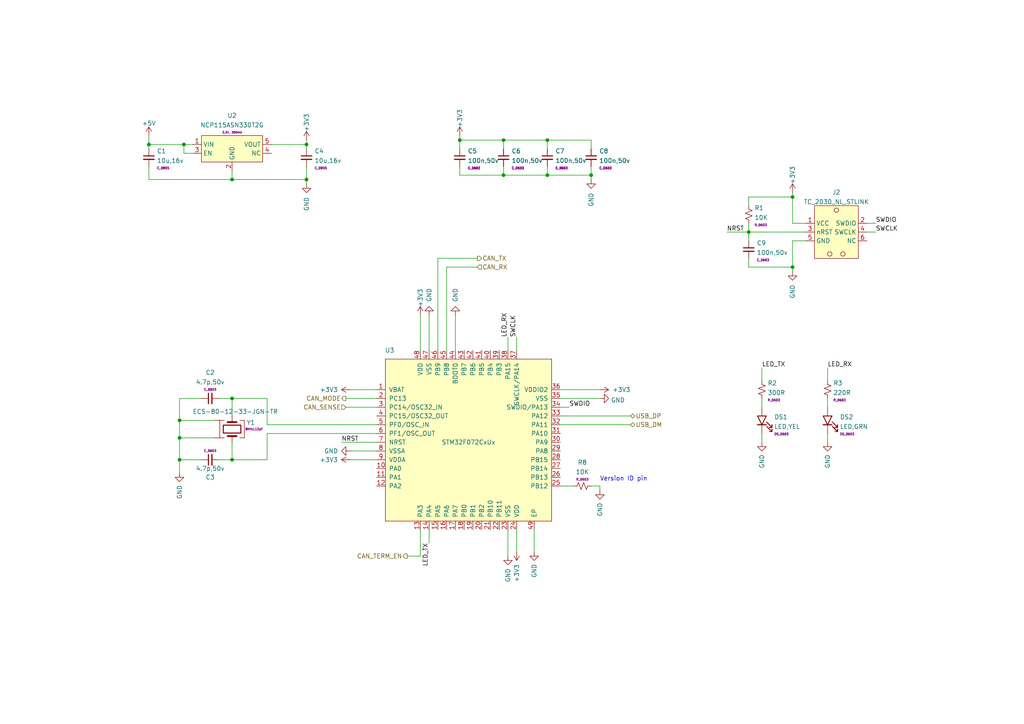
<source format=kicad_sch>
(kicad_sch (version 20211123) (generator eeschema)

  (uuid c4d78fbe-ce9d-4a21-9142-d59296130e6c)

  (paper "A4")

  (lib_symbols
    (symbol "C_Capacitor:C_0603" (pin_numbers hide) (pin_names (offset 1.016)) (in_bom yes) (on_board yes)
      (property "Reference" "C" (id 0) (at 3.175 1.905 0)
        (effects (font (size 1.27 1.27)))
      )
      (property "Value" "C_0603" (id 1) (at 5.715 0 0)
        (effects (font (size 1.27 1.27)))
      )
      (property "Footprint" "C_Capacitor:C_0603" (id 2) (at -3.175 0 90)
        (effects (font (size 1.27 1.27)) hide)
      )
      (property "Datasheet" "" (id 3) (at 2.54 2.54 0)
        (effects (font (size 1.27 1.27)) hide)
      )
      (property "Size" "C_0603" (id 4) (at 4.445 -1.905 0)
        (effects (font (size 0.635 0.635)))
      )
      (symbol "C_0603_1_1"
        (polyline
          (pts
            (xy -1.524 -0.508)
            (xy 1.524 -0.508)
          )
          (stroke (width 0.3302) (type default) (color 0 0 0 0))
          (fill (type none))
        )
        (polyline
          (pts
            (xy -1.524 0.508)
            (xy 1.524 0.508)
          )
          (stroke (width 0.3048) (type default) (color 0 0 0 0))
          (fill (type none))
        )
        (pin passive line (at 0 2.54 270) (length 2.032)
          (name "~" (effects (font (size 1.27 1.27))))
          (number "1" (effects (font (size 1.27 1.27))))
        )
        (pin passive line (at 0 -2.54 90) (length 2.032)
          (name "~" (effects (font (size 1.27 1.27))))
          (number "2" (effects (font (size 1.27 1.27))))
        )
      )
    )
    (symbol "C_Capacitor:C_0805" (pin_numbers hide) (pin_names (offset 1.016)) (in_bom yes) (on_board yes)
      (property "Reference" "C" (id 0) (at 3.175 1.905 0)
        (effects (font (size 1.27 1.27)))
      )
      (property "Value" "C_0805" (id 1) (at 5.715 0 0)
        (effects (font (size 1.27 1.27)))
      )
      (property "Footprint" "C_Capacitor:C_0805" (id 2) (at -3.175 0 90)
        (effects (font (size 1.27 1.27)) hide)
      )
      (property "Datasheet" "" (id 3) (at 2.54 2.54 0)
        (effects (font (size 1.27 1.27)) hide)
      )
      (property "Size" "C_0805" (id 4) (at 4.445 -1.905 0)
        (effects (font (size 0.635 0.635)))
      )
      (symbol "C_0805_1_1"
        (polyline
          (pts
            (xy -1.524 -0.508)
            (xy 1.524 -0.508)
          )
          (stroke (width 0.3302) (type default) (color 0 0 0 0))
          (fill (type none))
        )
        (polyline
          (pts
            (xy -1.524 0.508)
            (xy 1.524 0.508)
          )
          (stroke (width 0.3048) (type default) (color 0 0 0 0))
          (fill (type none))
        )
        (pin passive line (at 0 2.54 270) (length 2.032)
          (name "~" (effects (font (size 1.27 1.27))))
          (number "1" (effects (font (size 1.27 1.27))))
        )
        (pin passive line (at 0 -2.54 90) (length 2.032)
          (name "~" (effects (font (size 1.27 1.27))))
          (number "2" (effects (font (size 1.27 1.27))))
        )
      )
    )
    (symbol "DS_LED:DS_0603" (pin_numbers hide) (pin_names (offset 1.016) hide) (in_bom yes) (on_board yes)
      (property "Reference" "DS" (id 0) (at 0 2.54 0)
        (effects (font (size 1.27 1.27)))
      )
      (property "Value" "DS_0603" (id 1) (at 0 -4.445 0)
        (effects (font (size 0.635 0.635)))
      )
      (property "Footprint" "DS_LED:DS_0603" (id 2) (at 0 -6.35 0)
        (effects (font (size 1.27 1.27)) hide)
      )
      (property "Datasheet" "" (id 3) (at 0 -6.35 0)
        (effects (font (size 1.27 1.27)) hide)
      )
      (property "Color" "?" (id 4) (at 1.27 -2.54 0)
        (effects (font (size 1.27 1.27)))
      )
      (symbol "DS_0603_1_1"
        (polyline
          (pts
            (xy -1.27 -1.27)
            (xy -1.27 1.27)
          )
          (stroke (width 0.254) (type default) (color 0 0 0 0))
          (fill (type none))
        )
        (polyline
          (pts
            (xy -1.27 -1.27)
            (xy -1.27 1.27)
          )
          (stroke (width 0.254) (type default) (color 0 0 0 0))
          (fill (type none))
        )
        (polyline
          (pts
            (xy 1.27 -1.27)
            (xy 1.27 1.27)
            (xy -1.27 0)
            (xy 1.27 -1.27)
          )
          (stroke (width 0.254) (type default) (color 0 0 0 0))
          (fill (type none))
        )
        (polyline
          (pts
            (xy -1.778 -1.397)
            (xy -3.302 -2.921)
            (xy -2.54 -2.921)
            (xy -3.302 -2.921)
            (xy -3.302 -2.159)
          )
          (stroke (width 0) (type default) (color 0 0 0 0))
          (fill (type none))
        )
        (polyline
          (pts
            (xy -1.778 -1.397)
            (xy -3.302 -2.921)
            (xy -2.54 -2.921)
            (xy -3.302 -2.921)
            (xy -3.302 -2.159)
          )
          (stroke (width 0) (type default) (color 0 0 0 0))
          (fill (type none))
        )
        (polyline
          (pts
            (xy -1.778 -1.397)
            (xy -3.302 -2.921)
            (xy -2.54 -2.921)
            (xy -3.302 -2.921)
            (xy -3.302 -2.159)
          )
          (stroke (width 0) (type default) (color 0 0 0 0))
          (fill (type none))
        )
        (polyline
          (pts
            (xy -1.778 -1.397)
            (xy -3.302 -2.921)
            (xy -2.54 -2.921)
            (xy -3.302 -2.921)
            (xy -3.302 -2.159)
          )
          (stroke (width 0) (type default) (color 0 0 0 0))
          (fill (type none))
        )
        (polyline
          (pts
            (xy -1.778 -1.397)
            (xy -3.302 -2.921)
            (xy -2.54 -2.921)
            (xy -3.302 -2.921)
            (xy -3.302 -2.159)
          )
          (stroke (width 0) (type default) (color 0 0 0 0))
          (fill (type none))
        )
        (polyline
          (pts
            (xy -1.778 -1.397)
            (xy -3.302 -2.921)
            (xy -2.54 -2.921)
            (xy -3.302 -2.921)
            (xy -3.302 -2.159)
          )
          (stroke (width 0) (type default) (color 0 0 0 0))
          (fill (type none))
        )
        (polyline
          (pts
            (xy -1.778 -1.397)
            (xy -3.302 -2.921)
            (xy -2.54 -2.921)
            (xy -3.302 -2.921)
            (xy -3.302 -2.159)
          )
          (stroke (width 0) (type default) (color 0 0 0 0))
          (fill (type none))
        )
        (polyline
          (pts
            (xy -1.778 -1.397)
            (xy -3.302 -2.921)
            (xy -2.54 -2.921)
            (xy -3.302 -2.921)
            (xy -3.302 -2.159)
          )
          (stroke (width 0) (type default) (color 0 0 0 0))
          (fill (type none))
        )
        (polyline
          (pts
            (xy -0.508 -1.397)
            (xy -2.032 -2.921)
            (xy -1.27 -2.921)
            (xy -2.032 -2.921)
            (xy -2.032 -2.159)
          )
          (stroke (width 0) (type default) (color 0 0 0 0))
          (fill (type none))
        )
        (polyline
          (pts
            (xy -0.508 -1.397)
            (xy -2.032 -2.921)
            (xy -1.27 -2.921)
            (xy -2.032 -2.921)
            (xy -2.032 -2.159)
          )
          (stroke (width 0) (type default) (color 0 0 0 0))
          (fill (type none))
        )
        (polyline
          (pts
            (xy -0.508 -1.397)
            (xy -2.032 -2.921)
            (xy -1.27 -2.921)
            (xy -2.032 -2.921)
            (xy -2.032 -2.159)
          )
          (stroke (width 0) (type default) (color 0 0 0 0))
          (fill (type none))
        )
        (polyline
          (pts
            (xy -0.508 -1.397)
            (xy -2.032 -2.921)
            (xy -1.27 -2.921)
            (xy -2.032 -2.921)
            (xy -2.032 -2.159)
          )
          (stroke (width 0) (type default) (color 0 0 0 0))
          (fill (type none))
        )
        (polyline
          (pts
            (xy -0.508 -1.397)
            (xy -2.032 -2.921)
            (xy -1.27 -2.921)
            (xy -2.032 -2.921)
            (xy -2.032 -2.159)
          )
          (stroke (width 0) (type default) (color 0 0 0 0))
          (fill (type none))
        )
        (polyline
          (pts
            (xy -0.508 -1.397)
            (xy -2.032 -2.921)
            (xy -1.27 -2.921)
            (xy -2.032 -2.921)
            (xy -2.032 -2.159)
          )
          (stroke (width 0) (type default) (color 0 0 0 0))
          (fill (type none))
        )
        (polyline
          (pts
            (xy -0.508 -1.397)
            (xy -2.032 -2.921)
            (xy -1.27 -2.921)
            (xy -2.032 -2.921)
            (xy -2.032 -2.159)
          )
          (stroke (width 0) (type default) (color 0 0 0 0))
          (fill (type none))
        )
        (polyline
          (pts
            (xy -0.508 -1.397)
            (xy -2.032 -2.921)
            (xy -1.27 -2.921)
            (xy -2.032 -2.921)
            (xy -2.032 -2.159)
          )
          (stroke (width 0) (type default) (color 0 0 0 0))
          (fill (type none))
        )
        (pin passive line (at -3.81 0 0) (length 2.54)
          (name "K" (effects (font (size 1.27 1.27))))
          (number "1" (effects (font (size 1.27 1.27))))
        )
        (pin passive line (at 3.81 0 180) (length 2.54)
          (name "A" (effects (font (size 1.27 1.27))))
          (number "2" (effects (font (size 1.27 1.27))))
        )
      )
    )
    (symbol "J_Connector:TC_2030_NL_STLINK" (in_bom yes) (on_board yes)
      (property "Reference" "J" (id 0) (at -5.715 9.525 0)
        (effects (font (size 1.27 1.27)))
      )
      (property "Value" "TC_2030_NL_STLINK" (id 1) (at 0 -9.525 0)
        (effects (font (size 1.27 1.27)))
      )
      (property "Footprint" "N_NonPart:TagConnect_2030_NL" (id 2) (at 0 -11.43 0)
        (effects (font (size 1.27 1.27)) hide)
      )
      (property "Datasheet" "" (id 3) (at -5.715 0 0)
        (effects (font (size 1.27 1.27)) hide)
      )
      (symbol "TC_2030_NL_STLINK_0_1"
        (rectangle (start -6.35 7.62) (end 6.35 -7.62)
          (stroke (width 0.1524) (type default) (color 0 0 0 0))
          (fill (type background))
        )
        (circle (center -1.905 -6.35) (radius 0.635)
          (stroke (width 0.1524) (type default) (color 0 0 0 0))
          (fill (type none))
        )
        (circle (center 0 6.35) (radius 0.635)
          (stroke (width 0.1524) (type default) (color 0 0 0 0))
          (fill (type none))
        )
        (circle (center 1.905 -6.35) (radius 0.635)
          (stroke (width 0.1524) (type default) (color 0 0 0 0))
          (fill (type none))
        )
      )
      (symbol "TC_2030_NL_STLINK_1_1"
        (pin power_in line (at -8.89 2.54 0) (length 2.54)
          (name "VCC" (effects (font (size 1.27 1.27))))
          (number "1" (effects (font (size 1.27 1.27))))
        )
        (pin bidirectional line (at 8.89 2.54 180) (length 2.54)
          (name "SWDIO" (effects (font (size 1.27 1.27))))
          (number "2" (effects (font (size 1.27 1.27))))
        )
        (pin output line (at -8.89 0 0) (length 2.54)
          (name "nRST" (effects (font (size 1.27 1.27))))
          (number "3" (effects (font (size 1.27 1.27))))
        )
        (pin bidirectional line (at 8.89 0 180) (length 2.54)
          (name "SWCLK" (effects (font (size 1.27 1.27))))
          (number "4" (effects (font (size 1.27 1.27))))
        )
        (pin power_in line (at -8.89 -2.54 0) (length 2.54)
          (name "GND" (effects (font (size 1.27 1.27))))
          (number "5" (effects (font (size 1.27 1.27))))
        )
        (pin free line (at 8.89 -2.54 180) (length 2.54)
          (name "NC" (effects (font (size 1.27 1.27))))
          (number "6" (effects (font (size 1.27 1.27))))
        )
      )
    )
    (symbol "R_Resistor:R_0603" (pin_numbers hide) (pin_names (offset 1.016)) (in_bom yes) (on_board yes)
      (property "Reference" "R" (id 0) (at 2.54 1.905 0)
        (effects (font (size 1.27 1.27)))
      )
      (property "Value" "R_0603" (id 1) (at 5.08 0 0)
        (effects (font (size 1.27 1.27)))
      )
      (property "Footprint" "R_Resistor:R_0603" (id 2) (at -2.54 0 90)
        (effects (font (size 1.27 1.27)) hide)
      )
      (property "Datasheet" "" (id 3) (at -2.54 -3.81 0)
        (effects (font (size 1.27 1.27)) hide)
      )
      (property "Size" "R_0603" (id 4) (at 3.81 -1.905 0)
        (effects (font (size 0.635 0.635)))
      )
      (symbol "R_0603_1_1"
        (polyline
          (pts
            (xy 0 0)
            (xy 1.016 -0.381)
            (xy 0 -0.762)
            (xy -1.016 -1.143)
            (xy 0 -1.524)
          )
          (stroke (width 0) (type default) (color 0 0 0 0))
          (fill (type none))
        )
        (polyline
          (pts
            (xy 0 1.524)
            (xy 1.016 1.143)
            (xy 0 0.762)
            (xy -1.016 0.381)
            (xy 0 0)
          )
          (stroke (width 0) (type default) (color 0 0 0 0))
          (fill (type none))
        )
        (pin passive line (at 0 2.54 270) (length 1.016)
          (name "~" (effects (font (size 1.27 1.27))))
          (number "1" (effects (font (size 1.27 1.27))))
        )
        (pin passive line (at 0 -2.54 90) (length 1.016)
          (name "~" (effects (font (size 1.27 1.27))))
          (number "2" (effects (font (size 1.27 1.27))))
        )
      )
    )
    (symbol "U_MCU:STM32F072CxUx" (pin_names (offset 1.016)) (in_bom yes) (on_board yes)
      (property "Reference" "U" (id 0) (at 1.28 46.08 0)
        (effects (font (size 1.27 1.27)))
      )
      (property "Value" "STM32F072CxUx" (id 1) (at 24.13 21.59 0)
        (effects (font (size 1.27 1.27)))
      )
      (property "Footprint" "U_IC:QFN48_05_7x7_EP" (id 2) (at 24.13 19.05 0)
        (effects (font (size 1.27 1.27)) hide)
      )
      (property "Datasheet" "" (id 3) (at 0 0 0)
        (effects (font (size 1.27 1.27)) hide)
      )
      (symbol "STM32F072CxUx_0_1"
        (rectangle (start 0 46.99) (end 48.26 0)
          (stroke (width 0) (type default) (color 0 0 0 0))
          (fill (type background))
        )
      )
      (symbol "STM32F072CxUx_1_1"
        (pin power_in line (at -2.54 38.1 0) (length 2.54)
          (name "VBAT" (effects (font (size 1.27 1.27))))
          (number "1" (effects (font (size 1.27 1.27))))
        )
        (pin bidirectional line (at -2.54 15.24 0) (length 2.54)
          (name "PA0" (effects (font (size 1.27 1.27))))
          (number "10" (effects (font (size 1.27 1.27))))
        )
        (pin bidirectional line (at -2.54 12.7 0) (length 2.54)
          (name "PA1" (effects (font (size 1.27 1.27))))
          (number "11" (effects (font (size 1.27 1.27))))
        )
        (pin bidirectional line (at -2.54 10.16 0) (length 2.54)
          (name "PA2" (effects (font (size 1.27 1.27))))
          (number "12" (effects (font (size 1.27 1.27))))
        )
        (pin bidirectional line (at 10.16 -2.54 90) (length 2.54)
          (name "PA3" (effects (font (size 1.27 1.27))))
          (number "13" (effects (font (size 1.27 1.27))))
        )
        (pin bidirectional line (at 12.7 -2.54 90) (length 2.54)
          (name "PA4" (effects (font (size 1.27 1.27))))
          (number "14" (effects (font (size 1.27 1.27))))
        )
        (pin bidirectional line (at 15.24 -2.54 90) (length 2.54)
          (name "PA5" (effects (font (size 1.27 1.27))))
          (number "15" (effects (font (size 1.27 1.27))))
        )
        (pin bidirectional line (at 17.78 -2.54 90) (length 2.54)
          (name "PA6" (effects (font (size 1.27 1.27))))
          (number "16" (effects (font (size 1.27 1.27))))
        )
        (pin bidirectional line (at 20.32 -2.54 90) (length 2.54)
          (name "PA7" (effects (font (size 1.27 1.27))))
          (number "17" (effects (font (size 1.27 1.27))))
        )
        (pin bidirectional line (at 22.86 -2.54 90) (length 2.54)
          (name "PB0" (effects (font (size 1.27 1.27))))
          (number "18" (effects (font (size 1.27 1.27))))
        )
        (pin bidirectional line (at 25.4 -2.54 90) (length 2.54)
          (name "PB1" (effects (font (size 1.27 1.27))))
          (number "19" (effects (font (size 1.27 1.27))))
        )
        (pin bidirectional line (at -2.54 35.56 0) (length 2.54)
          (name "PC13" (effects (font (size 1.27 1.27))))
          (number "2" (effects (font (size 1.27 1.27))))
        )
        (pin bidirectional line (at 27.94 -2.54 90) (length 2.54)
          (name "PB2" (effects (font (size 1.27 1.27))))
          (number "20" (effects (font (size 1.27 1.27))))
        )
        (pin bidirectional line (at 30.48 -2.54 90) (length 2.54)
          (name "PB10" (effects (font (size 1.27 1.27))))
          (number "21" (effects (font (size 1.27 1.27))))
        )
        (pin bidirectional line (at 33.02 -2.54 90) (length 2.54)
          (name "PB11" (effects (font (size 1.27 1.27))))
          (number "22" (effects (font (size 1.27 1.27))))
        )
        (pin power_in line (at 35.56 -2.54 90) (length 2.54)
          (name "VSS" (effects (font (size 1.27 1.27))))
          (number "23" (effects (font (size 1.27 1.27))))
        )
        (pin power_in line (at 38.1 -2.54 90) (length 2.54)
          (name "VDD" (effects (font (size 1.27 1.27))))
          (number "24" (effects (font (size 1.27 1.27))))
        )
        (pin bidirectional line (at 50.8 10.16 180) (length 2.54)
          (name "PB12" (effects (font (size 1.27 1.27))))
          (number "25" (effects (font (size 1.27 1.27))))
        )
        (pin bidirectional line (at 50.8 12.7 180) (length 2.54)
          (name "PB13" (effects (font (size 1.27 1.27))))
          (number "26" (effects (font (size 1.27 1.27))))
        )
        (pin bidirectional line (at 50.8 15.24 180) (length 2.54)
          (name "PB14" (effects (font (size 1.27 1.27))))
          (number "27" (effects (font (size 1.27 1.27))))
        )
        (pin bidirectional line (at 50.8 17.78 180) (length 2.54)
          (name "PB15" (effects (font (size 1.27 1.27))))
          (number "28" (effects (font (size 1.27 1.27))))
        )
        (pin bidirectional line (at 50.8 20.32 180) (length 2.54)
          (name "PA8" (effects (font (size 1.27 1.27))))
          (number "29" (effects (font (size 1.27 1.27))))
        )
        (pin bidirectional line (at -2.54 33.02 0) (length 2.54)
          (name "PC14/OSC32_IN" (effects (font (size 1.27 1.27))))
          (number "3" (effects (font (size 1.27 1.27))))
        )
        (pin bidirectional line (at 50.8 22.86 180) (length 2.54)
          (name "PA9" (effects (font (size 1.27 1.27))))
          (number "30" (effects (font (size 1.27 1.27))))
        )
        (pin bidirectional line (at 50.8 25.4 180) (length 2.54)
          (name "PA10" (effects (font (size 1.27 1.27))))
          (number "31" (effects (font (size 1.27 1.27))))
        )
        (pin bidirectional line (at 50.8 27.94 180) (length 2.54)
          (name "PA11" (effects (font (size 1.27 1.27))))
          (number "32" (effects (font (size 1.27 1.27))))
        )
        (pin bidirectional line (at 50.8 30.48 180) (length 2.54)
          (name "PA12" (effects (font (size 1.27 1.27))))
          (number "33" (effects (font (size 1.27 1.27))))
        )
        (pin bidirectional line (at 50.8 33.02 180) (length 2.54)
          (name "SWDIO/PA13" (effects (font (size 1.27 1.27))))
          (number "34" (effects (font (size 1.27 1.27))))
        )
        (pin power_in line (at 50.8 35.56 180) (length 2.54)
          (name "VSS" (effects (font (size 1.27 1.27))))
          (number "35" (effects (font (size 1.27 1.27))))
        )
        (pin power_in line (at 50.8 38.1 180) (length 2.54)
          (name "VDDIO2" (effects (font (size 1.27 1.27))))
          (number "36" (effects (font (size 1.27 1.27))))
        )
        (pin bidirectional line (at 38.1 49.53 270) (length 2.54)
          (name "SWCLK/PA14" (effects (font (size 1.27 1.27))))
          (number "37" (effects (font (size 1.27 1.27))))
        )
        (pin bidirectional line (at 35.56 49.53 270) (length 2.54)
          (name "PA15" (effects (font (size 1.27 1.27))))
          (number "38" (effects (font (size 1.27 1.27))))
        )
        (pin bidirectional line (at 33.02 49.53 270) (length 2.54)
          (name "PB3" (effects (font (size 1.27 1.27))))
          (number "39" (effects (font (size 1.27 1.27))))
        )
        (pin bidirectional line (at -2.54 30.48 0) (length 2.54)
          (name "PC15/OSC32_OUT" (effects (font (size 1.27 1.27))))
          (number "4" (effects (font (size 1.27 1.27))))
        )
        (pin bidirectional line (at 30.48 49.53 270) (length 2.54)
          (name "PB4" (effects (font (size 1.27 1.27))))
          (number "40" (effects (font (size 1.27 1.27))))
        )
        (pin bidirectional line (at 27.94 49.53 270) (length 2.54)
          (name "PB5" (effects (font (size 1.27 1.27))))
          (number "41" (effects (font (size 1.27 1.27))))
        )
        (pin bidirectional line (at 25.4 49.53 270) (length 2.54)
          (name "PB6" (effects (font (size 1.27 1.27))))
          (number "42" (effects (font (size 1.27 1.27))))
        )
        (pin bidirectional line (at 22.86 49.53 270) (length 2.54)
          (name "PB7" (effects (font (size 1.27 1.27))))
          (number "43" (effects (font (size 1.27 1.27))))
        )
        (pin bidirectional line (at 20.32 49.53 270) (length 2.54)
          (name "BOOT0" (effects (font (size 1.27 1.27))))
          (number "44" (effects (font (size 1.27 1.27))))
        )
        (pin bidirectional line (at 17.78 49.53 270) (length 2.54)
          (name "PB8" (effects (font (size 1.27 1.27))))
          (number "45" (effects (font (size 1.27 1.27))))
        )
        (pin bidirectional line (at 15.24 49.53 270) (length 2.54)
          (name "PB9" (effects (font (size 1.27 1.27))))
          (number "46" (effects (font (size 1.27 1.27))))
        )
        (pin power_in line (at 12.7 49.53 270) (length 2.54)
          (name "VSS" (effects (font (size 1.27 1.27))))
          (number "47" (effects (font (size 1.27 1.27))))
        )
        (pin power_in line (at 10.16 49.53 270) (length 2.54)
          (name "VDD" (effects (font (size 1.27 1.27))))
          (number "48" (effects (font (size 1.27 1.27))))
        )
        (pin power_in line (at 43.18 -2.54 90) (length 2.54)
          (name "EP" (effects (font (size 1.27 1.27))))
          (number "49" (effects (font (size 1.27 1.27))))
        )
        (pin bidirectional line (at -2.54 27.94 0) (length 2.54)
          (name "PF0/OSC_IN" (effects (font (size 1.27 1.27))))
          (number "5" (effects (font (size 1.27 1.27))))
        )
        (pin bidirectional line (at -2.54 25.4 0) (length 2.54)
          (name "PF1/OSC_OUT" (effects (font (size 1.27 1.27))))
          (number "6" (effects (font (size 1.27 1.27))))
        )
        (pin input line (at -2.54 22.86 0) (length 2.54)
          (name "NRST" (effects (font (size 1.27 1.27))))
          (number "7" (effects (font (size 1.27 1.27))))
        )
        (pin power_in line (at -2.54 20.32 0) (length 2.54)
          (name "VSSA" (effects (font (size 1.27 1.27))))
          (number "8" (effects (font (size 1.27 1.27))))
        )
        (pin power_in line (at -2.54 17.78 0) (length 2.54)
          (name "VDDA" (effects (font (size 1.27 1.27))))
          (number "9" (effects (font (size 1.27 1.27))))
        )
      )
    )
    (symbol "U_Power:NCP115ASN330T2G" (in_bom yes) (on_board yes)
      (property "Reference" "U" (id 0) (at -7.62 6.35 0)
        (effects (font (size 1.27 1.27)))
      )
      (property "Value" "NCP115ASN330T2G" (id 1) (at 11.43 -3.81 0)
        (effects (font (size 1.27 1.27)))
      )
      (property "Footprint" "U_IC:SOT23_5" (id 2) (at 8.89 -6.35 0)
        (effects (font (size 1.27 1.27)) hide)
      )
      (property "Datasheet" "https://www.diodes.com/assets/Datasheets/AP2138-9.pdf" (id 3) (at -3.84 -15.36 0)
        (effects (font (size 1.27 1.27)) hide)
      )
      (property "Params" "3.3V, 300mA" (id 4) (at 6.35 -5.08 0)
        (effects (font (size 0.6 0.6)))
      )
      (property "ki_description" "IC REG LINEAR 3.3V 300MA 5TSOP" (id 5) (at 0 0 0)
        (effects (font (size 1.27 1.27)) hide)
      )
      (symbol "NCP115ASN330T2G_0_1"
        (rectangle (start -8.89 -2.54) (end 8.89 5.08)
          (stroke (width 0.1524) (type default) (color 0 0 0 0))
          (fill (type background))
        )
      )
      (symbol "NCP115ASN330T2G_1_1"
        (pin power_in line (at -11.43 2.54 0) (length 2.54)
          (name "VIN" (effects (font (size 1.27 1.27))))
          (number "1" (effects (font (size 1.27 1.27))))
        )
        (pin power_in line (at 0 -5.08 90) (length 2.54)
          (name "GND" (effects (font (size 1.27 1.27))))
          (number "2" (effects (font (size 1.27 1.27))))
        )
        (pin input line (at -11.43 0 0) (length 2.54)
          (name "EN" (effects (font (size 1.27 1.27))))
          (number "3" (effects (font (size 1.27 1.27))))
        )
        (pin free line (at 11.43 0 180) (length 2.54)
          (name "NC" (effects (font (size 1.27 1.27))))
          (number "4" (effects (font (size 1.27 1.27))))
        )
        (pin power_out line (at 11.43 2.54 180) (length 2.54)
          (name "VOUT" (effects (font (size 1.27 1.27))))
          (number "5" (effects (font (size 1.27 1.27))))
        )
      )
    )
    (symbol "Y_Oscillator:ECS-80-12-33-JGN-TR" (pin_numbers hide) (pin_names hide) (in_bom yes) (on_board yes)
      (property "Reference" "Y" (id 0) (at -1.905 6.35 0)
        (effects (font (size 1.27 1.27)))
      )
      (property "Value" "ECS-80-12-33-JGN-TR" (id 1) (at 0 4.445 0)
        (effects (font (size 1.27 1.27)))
      )
      (property "Footprint" "Y_Oscillator:Crystal_SMD4_3.2x2.5" (id 2) (at 0 -12.065 0)
        (effects (font (size 1.27 1.27)) hide)
      )
      (property "Datasheet" "" (id 3) (at -19.05 5.08 0)
        (effects (font (size 1.27 1.27)) hide)
      )
      (property "Params" "8MHz,12pF" (id 4) (at 6.35 2.54 0)
        (effects (font (size 0.63 0.63)))
      )
      (property "ki_keywords" "CRYSTAL 8.0000MHZ 12PF SMD" (id 5) (at 0 0 0)
        (effects (font (size 1.27 1.27)) hide)
      )
      (property "ki_description" "CRYSTAL 8.0000MHZ 12PF SMD" (id 6) (at 0 0 0)
        (effects (font (size 1.27 1.27)) hide)
      )
      (symbol "ECS-80-12-33-JGN-TR_0_1"
        (rectangle (start -1.143 2.54) (end 1.143 -2.54)
          (stroke (width 0.3048) (type default) (color 0 0 0 0))
          (fill (type none))
        )
        (polyline
          (pts
            (xy -2.54 -3.81)
            (xy -2.54 -3.556)
          )
          (stroke (width 0) (type default) (color 0 0 0 0))
          (fill (type none))
        )
        (polyline
          (pts
            (xy -2.54 0)
            (xy -2.032 0)
          )
          (stroke (width 0) (type default) (color 0 0 0 0))
          (fill (type none))
        )
        (polyline
          (pts
            (xy -2.032 -1.27)
            (xy -2.032 1.27)
          )
          (stroke (width 0.508) (type default) (color 0 0 0 0))
          (fill (type none))
        )
        (polyline
          (pts
            (xy 2.032 -1.27)
            (xy 2.032 1.27)
          )
          (stroke (width 0.508) (type default) (color 0 0 0 0))
          (fill (type none))
        )
        (polyline
          (pts
            (xy 2.032 0)
            (xy 2.54 0)
          )
          (stroke (width 0) (type default) (color 0 0 0 0))
          (fill (type none))
        )
        (polyline
          (pts
            (xy 2.54 -3.81)
            (xy 2.54 -3.556)
          )
          (stroke (width 0) (type default) (color 0 0 0 0))
          (fill (type none))
        )
        (polyline
          (pts
            (xy -2.54 -2.286)
            (xy -2.54 -3.556)
            (xy 2.54 -3.556)
            (xy 2.54 -2.286)
          )
          (stroke (width 0) (type default) (color 0 0 0 0))
          (fill (type none))
        )
        (polyline
          (pts
            (xy -2.54 2.286)
            (xy -2.54 3.556)
            (xy 2.54 3.556)
            (xy 2.54 2.286)
          )
          (stroke (width 0) (type default) (color 0 0 0 0))
          (fill (type none))
        )
      )
      (symbol "ECS-80-12-33-JGN-TR_1_1"
        (pin passive line (at -3.81 0 0) (length 1.27)
          (name "1" (effects (font (size 1.27 1.27))))
          (number "1" (effects (font (size 1.27 1.27))))
        )
        (pin passive line (at 2.54 -5.08 90) (length 1.27)
          (name "2" (effects (font (size 1.27 1.27))))
          (number "2" (effects (font (size 1.27 1.27))))
        )
        (pin passive line (at 3.81 0 180) (length 1.27)
          (name "3" (effects (font (size 1.27 1.27))))
          (number "3" (effects (font (size 1.27 1.27))))
        )
        (pin passive line (at -2.54 -5.08 90) (length 1.27)
          (name "4" (effects (font (size 1.27 1.27))))
          (number "4" (effects (font (size 1.27 1.27))))
        )
      )
    )
    (symbol "power:+3V3" (power) (pin_names (offset 0)) (in_bom yes) (on_board yes)
      (property "Reference" "#PWR" (id 0) (at 0 -3.81 0)
        (effects (font (size 1.27 1.27)) hide)
      )
      (property "Value" "+3V3" (id 1) (at 0 3.556 0)
        (effects (font (size 1.27 1.27)))
      )
      (property "Footprint" "" (id 2) (at 0 0 0)
        (effects (font (size 1.27 1.27)) hide)
      )
      (property "Datasheet" "" (id 3) (at 0 0 0)
        (effects (font (size 1.27 1.27)) hide)
      )
      (property "ki_keywords" "power-flag" (id 4) (at 0 0 0)
        (effects (font (size 1.27 1.27)) hide)
      )
      (property "ki_description" "Power symbol creates a global label with name \"+3V3\"" (id 5) (at 0 0 0)
        (effects (font (size 1.27 1.27)) hide)
      )
      (symbol "+3V3_0_1"
        (polyline
          (pts
            (xy -0.762 1.27)
            (xy 0 2.54)
          )
          (stroke (width 0) (type default) (color 0 0 0 0))
          (fill (type none))
        )
        (polyline
          (pts
            (xy 0 0)
            (xy 0 2.54)
          )
          (stroke (width 0) (type default) (color 0 0 0 0))
          (fill (type none))
        )
        (polyline
          (pts
            (xy 0 2.54)
            (xy 0.762 1.27)
          )
          (stroke (width 0) (type default) (color 0 0 0 0))
          (fill (type none))
        )
      )
      (symbol "+3V3_1_1"
        (pin power_in line (at 0 0 90) (length 0) hide
          (name "+3V3" (effects (font (size 1.27 1.27))))
          (number "1" (effects (font (size 1.27 1.27))))
        )
      )
    )
    (symbol "power:+5V" (power) (pin_names (offset 0)) (in_bom yes) (on_board yes)
      (property "Reference" "#PWR" (id 0) (at 0 -3.81 0)
        (effects (font (size 1.27 1.27)) hide)
      )
      (property "Value" "+5V" (id 1) (at 0 3.556 0)
        (effects (font (size 1.27 1.27)))
      )
      (property "Footprint" "" (id 2) (at 0 0 0)
        (effects (font (size 1.27 1.27)) hide)
      )
      (property "Datasheet" "" (id 3) (at 0 0 0)
        (effects (font (size 1.27 1.27)) hide)
      )
      (property "ki_keywords" "power-flag" (id 4) (at 0 0 0)
        (effects (font (size 1.27 1.27)) hide)
      )
      (property "ki_description" "Power symbol creates a global label with name \"+5V\"" (id 5) (at 0 0 0)
        (effects (font (size 1.27 1.27)) hide)
      )
      (symbol "+5V_0_1"
        (polyline
          (pts
            (xy -0.762 1.27)
            (xy 0 2.54)
          )
          (stroke (width 0) (type default) (color 0 0 0 0))
          (fill (type none))
        )
        (polyline
          (pts
            (xy 0 0)
            (xy 0 2.54)
          )
          (stroke (width 0) (type default) (color 0 0 0 0))
          (fill (type none))
        )
        (polyline
          (pts
            (xy 0 2.54)
            (xy 0.762 1.27)
          )
          (stroke (width 0) (type default) (color 0 0 0 0))
          (fill (type none))
        )
      )
      (symbol "+5V_1_1"
        (pin power_in line (at 0 0 90) (length 0) hide
          (name "+5V" (effects (font (size 1.27 1.27))))
          (number "1" (effects (font (size 1.27 1.27))))
        )
      )
    )
    (symbol "power:GND" (power) (pin_names (offset 0)) (in_bom yes) (on_board yes)
      (property "Reference" "#PWR" (id 0) (at 0 -6.35 0)
        (effects (font (size 1.27 1.27)) hide)
      )
      (property "Value" "GND" (id 1) (at 0 -3.81 0)
        (effects (font (size 1.27 1.27)))
      )
      (property "Footprint" "" (id 2) (at 0 0 0)
        (effects (font (size 1.27 1.27)) hide)
      )
      (property "Datasheet" "" (id 3) (at 0 0 0)
        (effects (font (size 1.27 1.27)) hide)
      )
      (property "ki_keywords" "power-flag" (id 4) (at 0 0 0)
        (effects (font (size 1.27 1.27)) hide)
      )
      (property "ki_description" "Power symbol creates a global label with name \"GND\" , ground" (id 5) (at 0 0 0)
        (effects (font (size 1.27 1.27)) hide)
      )
      (symbol "GND_0_1"
        (polyline
          (pts
            (xy 0 0)
            (xy 0 -1.27)
            (xy 1.27 -1.27)
            (xy 0 -2.54)
            (xy -1.27 -1.27)
            (xy 0 -1.27)
          )
          (stroke (width 0) (type default) (color 0 0 0 0))
          (fill (type none))
        )
      )
      (symbol "GND_1_1"
        (pin power_in line (at 0 0 270) (length 0) hide
          (name "GND" (effects (font (size 1.27 1.27))))
          (number "1" (effects (font (size 1.27 1.27))))
        )
      )
    )
  )

  (junction (at 52.07 133.35) (diameter 0) (color 0 0 0 0)
    (uuid 02732aae-2890-4320-ac26-2923d005c6a3)
  )
  (junction (at 43.18 41.91) (diameter 0) (color 0 0 0 0)
    (uuid 046bf34f-7ab3-4293-8f5c-9f1da72a7c40)
  )
  (junction (at 229.87 77.47) (diameter 0) (color 0 0 0 0)
    (uuid 113fb18b-7e4d-4d47-97d4-b15ec111f9c7)
  )
  (junction (at 217.17 67.31) (diameter 0) (color 0 0 0 0)
    (uuid 22901b34-5da4-401e-bb85-ff3ddb6f318c)
  )
  (junction (at 67.31 52.07) (diameter 0) (color 0 0 0 0)
    (uuid 25e5c6b6-8f47-45b0-911d-85da0d498864)
  )
  (junction (at 53.34 41.91) (diameter 0) (color 0 0 0 0)
    (uuid 4e1d304a-3e85-48bf-a745-1384a79e15c0)
  )
  (junction (at 158.75 50.8) (diameter 0) (color 0 0 0 0)
    (uuid 58c665ba-e3e6-408a-a7af-0893ffa13282)
  )
  (junction (at 88.9 41.91) (diameter 0) (color 0 0 0 0)
    (uuid 608ba0aa-a1fa-4557-a00c-eefcfc47e1bd)
  )
  (junction (at 67.31 115.57) (diameter 0) (color 0 0 0 0)
    (uuid 82652182-3037-4814-ab1b-72c59d826e4e)
  )
  (junction (at 171.45 50.8) (diameter 0) (color 0 0 0 0)
    (uuid a23fdb9c-4015-4bb9-8110-4a7954501c69)
  )
  (junction (at 146.05 40.64) (diameter 0) (color 0 0 0 0)
    (uuid a76a6486-9139-4eb3-a54d-94027cd13b8e)
  )
  (junction (at 88.9 52.07) (diameter 0) (color 0 0 0 0)
    (uuid ab993ea0-46c7-4056-91b5-9bbc66122f23)
  )
  (junction (at 67.31 133.35) (diameter 0) (color 0 0 0 0)
    (uuid b7ed55d0-c215-48f2-a1d5-ebb42651b2e4)
  )
  (junction (at 146.05 50.8) (diameter 0) (color 0 0 0 0)
    (uuid b82a226c-1912-45c6-8a73-12f2d2d703d3)
  )
  (junction (at 229.87 57.15) (diameter 0) (color 0 0 0 0)
    (uuid bf5a41cf-15ab-4131-beea-f2e38bcdca07)
  )
  (junction (at 133.35 40.64) (diameter 0) (color 0 0 0 0)
    (uuid c457380f-9d9a-4df1-9bfd-08d12bed1f38)
  )
  (junction (at 52.07 127) (diameter 0) (color 0 0 0 0)
    (uuid c8d1505f-6ca8-403f-93f3-b00551e47d8c)
  )
  (junction (at 158.75 40.64) (diameter 0) (color 0 0 0 0)
    (uuid c977c659-5692-4f7b-a062-cd72e9297cff)
  )
  (junction (at 52.07 121.92) (diameter 0) (color 0 0 0 0)
    (uuid e4156ff0-5dc2-4802-9696-79f1c199911a)
  )

  (wire (pts (xy 251.46 67.31) (xy 254 67.31))
    (stroke (width 0) (type default) (color 0 0 0 0))
    (uuid 025071cc-3ebb-4fa2-8071-3ff564bd08c3)
  )
  (wire (pts (xy 132.08 91.44) (xy 132.08 101.6))
    (stroke (width 0) (type default) (color 0 0 0 0))
    (uuid 046aed05-0ce6-4756-863a-5d9c77b2210a)
  )
  (wire (pts (xy 88.9 40.64) (xy 88.9 41.91))
    (stroke (width 0) (type default) (color 0 0 0 0))
    (uuid 06a02b39-8c3d-439d-8a2c-1d299c5976b7)
  )
  (wire (pts (xy 162.56 118.11) (xy 165.1 118.11))
    (stroke (width 0) (type default) (color 0 0 0 0))
    (uuid 07940791-7250-43b3-beb8-891f26325cc8)
  )
  (wire (pts (xy 158.75 43.18) (xy 158.75 40.64))
    (stroke (width 0) (type default) (color 0 0 0 0))
    (uuid 08ddadba-e2cf-43be-a518-b81f1a4450d0)
  )
  (wire (pts (xy 251.46 64.77) (xy 254 64.77))
    (stroke (width 0) (type default) (color 0 0 0 0))
    (uuid 0b291497-a5d3-426b-a90f-6caff90c4ac4)
  )
  (wire (pts (xy 77.47 115.57) (xy 67.31 115.57))
    (stroke (width 0) (type default) (color 0 0 0 0))
    (uuid 0be3ee63-b827-4f2a-b58b-995f0e4e1af3)
  )
  (wire (pts (xy 158.75 40.64) (xy 146.05 40.64))
    (stroke (width 0) (type default) (color 0 0 0 0))
    (uuid 0ce8e485-1099-4596-9a71-c99332d9ad74)
  )
  (wire (pts (xy 124.46 91.44) (xy 124.46 101.6))
    (stroke (width 0) (type default) (color 0 0 0 0))
    (uuid 0dc4443e-575e-491c-8364-1e1e41ec17a2)
  )
  (wire (pts (xy 146.05 50.8) (xy 158.75 50.8))
    (stroke (width 0) (type default) (color 0 0 0 0))
    (uuid 0e314d69-745b-4680-aaae-4c4d47f0207e)
  )
  (wire (pts (xy 149.86 97.79) (xy 149.86 101.6))
    (stroke (width 0) (type default) (color 0 0 0 0))
    (uuid 0ed96e68-e5c4-4798-b381-7669cf832430)
  )
  (wire (pts (xy 52.07 133.35) (xy 58.42 133.35))
    (stroke (width 0) (type default) (color 0 0 0 0))
    (uuid 0fb9c355-05df-4a04-bf5d-c91c1731c19d)
  )
  (wire (pts (xy 133.35 40.64) (xy 146.05 40.64))
    (stroke (width 0) (type default) (color 0 0 0 0))
    (uuid 131379c0-128d-4c27-84a4-e64a67585bfc)
  )
  (wire (pts (xy 154.94 153.67) (xy 154.94 160.02))
    (stroke (width 0) (type default) (color 0 0 0 0))
    (uuid 14f09ba5-80a2-426a-823f-29e27158d0e0)
  )
  (wire (pts (xy 52.07 137.16) (xy 52.07 133.35))
    (stroke (width 0) (type default) (color 0 0 0 0))
    (uuid 15d82dad-db80-41d7-bef4-edb441b62080)
  )
  (wire (pts (xy 220.98 125.73) (xy 220.98 128.27))
    (stroke (width 0) (type default) (color 0 0 0 0))
    (uuid 162556f0-0c5a-4519-8f16-04d77999fdde)
  )
  (wire (pts (xy 129.54 77.47) (xy 138.43 77.47))
    (stroke (width 0) (type default) (color 0 0 0 0))
    (uuid 1967cc1d-c77b-45ca-9a4a-52e98405b85b)
  )
  (wire (pts (xy 100.33 118.11) (xy 109.22 118.11))
    (stroke (width 0) (type default) (color 0 0 0 0))
    (uuid 1c214db3-c992-45de-8238-78f907d190d0)
  )
  (wire (pts (xy 146.05 43.18) (xy 146.05 40.64))
    (stroke (width 0) (type default) (color 0 0 0 0))
    (uuid 1d45b9a9-6e46-4290-8436-5eb396dea3c4)
  )
  (wire (pts (xy 217.17 67.31) (xy 217.17 69.85))
    (stroke (width 0) (type default) (color 0 0 0 0))
    (uuid 219f4dc6-14cb-4e65-8d3e-3e00d3820b68)
  )
  (wire (pts (xy 101.6 113.03) (xy 109.22 113.03))
    (stroke (width 0) (type default) (color 0 0 0 0))
    (uuid 249cc739-17e2-4f35-b216-2ab267c71ecc)
  )
  (wire (pts (xy 43.18 39.37) (xy 43.18 41.91))
    (stroke (width 0) (type default) (color 0 0 0 0))
    (uuid 24f3ddfa-ee4e-4c3a-88e8-4d54cdd849c1)
  )
  (wire (pts (xy 220.98 106.68) (xy 220.98 110.49))
    (stroke (width 0) (type default) (color 0 0 0 0))
    (uuid 28eb52fb-c1c0-4faa-833e-2bb3e8aafd53)
  )
  (wire (pts (xy 233.68 64.77) (xy 229.87 64.77))
    (stroke (width 0) (type default) (color 0 0 0 0))
    (uuid 2a64b5a8-3b7c-4eb7-8dc3-d99f36988fc1)
  )
  (wire (pts (xy 229.87 64.77) (xy 229.87 57.15))
    (stroke (width 0) (type default) (color 0 0 0 0))
    (uuid 2d32c3f3-b6cd-4a3b-9a8e-35b2a86d5434)
  )
  (wire (pts (xy 162.56 113.03) (xy 173.99 113.03))
    (stroke (width 0) (type default) (color 0 0 0 0))
    (uuid 2e5b9cc1-e713-4959-b203-4165c0c05531)
  )
  (wire (pts (xy 52.07 133.35) (xy 52.07 127))
    (stroke (width 0) (type default) (color 0 0 0 0))
    (uuid 2f01217d-7a67-42f6-899a-71193e4d8dcc)
  )
  (wire (pts (xy 43.18 52.07) (xy 67.31 52.07))
    (stroke (width 0) (type default) (color 0 0 0 0))
    (uuid 306bee07-d86f-447b-ac79-fbedf39cac18)
  )
  (wire (pts (xy 63.5 133.35) (xy 67.31 133.35))
    (stroke (width 0) (type default) (color 0 0 0 0))
    (uuid 3392594e-99f5-4ba2-864a-d7869ce2748e)
  )
  (wire (pts (xy 171.45 40.64) (xy 158.75 40.64))
    (stroke (width 0) (type default) (color 0 0 0 0))
    (uuid 35809cf1-e4fd-4662-87b7-fca4629bff14)
  )
  (wire (pts (xy 233.68 69.85) (xy 229.87 69.85))
    (stroke (width 0) (type default) (color 0 0 0 0))
    (uuid 39ebe502-9fa6-4854-8045-79687e02282b)
  )
  (wire (pts (xy 173.99 140.97) (xy 173.99 142.24))
    (stroke (width 0) (type default) (color 0 0 0 0))
    (uuid 3b4bb4ef-1183-4b97-9fdd-37d577075830)
  )
  (wire (pts (xy 133.35 48.26) (xy 133.35 50.8))
    (stroke (width 0) (type default) (color 0 0 0 0))
    (uuid 4303f282-722b-4503-a771-662b3487acba)
  )
  (wire (pts (xy 88.9 48.26) (xy 88.9 52.07))
    (stroke (width 0) (type default) (color 0 0 0 0))
    (uuid 449e8a2d-2ffa-4a3d-9d9a-ce048f14df13)
  )
  (wire (pts (xy 171.45 50.8) (xy 171.45 52.07))
    (stroke (width 0) (type default) (color 0 0 0 0))
    (uuid 4eeb9415-281e-4905-87db-e6fcd3a7cf69)
  )
  (wire (pts (xy 229.87 55.88) (xy 229.87 57.15))
    (stroke (width 0) (type default) (color 0 0 0 0))
    (uuid 518d82b8-a3dd-4671-9f85-65405fbfca3a)
  )
  (wire (pts (xy 43.18 48.26) (xy 43.18 52.07))
    (stroke (width 0) (type default) (color 0 0 0 0))
    (uuid 51b73cd4-4b55-4b5f-8be8-cfd9077c44fb)
  )
  (wire (pts (xy 88.9 52.07) (xy 88.9 53.34))
    (stroke (width 0) (type default) (color 0 0 0 0))
    (uuid 53a5fcb6-508e-4617-94c0-7be0f059cf0e)
  )
  (wire (pts (xy 158.75 48.26) (xy 158.75 50.8))
    (stroke (width 0) (type default) (color 0 0 0 0))
    (uuid 5c4cfcc7-ef78-4ef4-8ab9-f1e98d58b994)
  )
  (wire (pts (xy 240.03 106.68) (xy 240.03 110.49))
    (stroke (width 0) (type default) (color 0 0 0 0))
    (uuid 5d4a5c5b-4888-4f50-a1d2-b14ac5ce5b7f)
  )
  (wire (pts (xy 52.07 127) (xy 62.23 127))
    (stroke (width 0) (type default) (color 0 0 0 0))
    (uuid 5e1c39a2-f5b4-4962-9627-8f5f5aac7174)
  )
  (wire (pts (xy 127 74.93) (xy 127 101.6))
    (stroke (width 0) (type default) (color 0 0 0 0))
    (uuid 5fb64468-59d3-4dc3-bf70-36161ead549e)
  )
  (wire (pts (xy 147.32 153.67) (xy 147.32 161.29))
    (stroke (width 0) (type default) (color 0 0 0 0))
    (uuid 64fb4a19-149d-4f1b-9264-e46f440cfd48)
  )
  (wire (pts (xy 129.54 77.47) (xy 129.54 101.6))
    (stroke (width 0) (type default) (color 0 0 0 0))
    (uuid 6a0f87cc-738f-4996-a68b-23ad41df5805)
  )
  (wire (pts (xy 121.92 153.67) (xy 121.92 161.29))
    (stroke (width 0) (type default) (color 0 0 0 0))
    (uuid 7084358c-1762-412b-a470-1205ab07a317)
  )
  (wire (pts (xy 217.17 77.47) (xy 229.87 77.47))
    (stroke (width 0) (type default) (color 0 0 0 0))
    (uuid 72dccc2e-f065-4abb-a74c-ab1b6493d937)
  )
  (wire (pts (xy 217.17 64.77) (xy 217.17 67.31))
    (stroke (width 0) (type default) (color 0 0 0 0))
    (uuid 739fb1cd-884f-44fa-9a01-a0270b03882e)
  )
  (wire (pts (xy 171.45 43.18) (xy 171.45 40.64))
    (stroke (width 0) (type default) (color 0 0 0 0))
    (uuid 7af7a40c-56ce-47b9-a833-436051e8d5b4)
  )
  (wire (pts (xy 43.18 43.18) (xy 43.18 41.91))
    (stroke (width 0) (type default) (color 0 0 0 0))
    (uuid 7d7ea7d4-4d62-454c-abc8-950049518e83)
  )
  (wire (pts (xy 53.34 41.91) (xy 55.88 41.91))
    (stroke (width 0) (type default) (color 0 0 0 0))
    (uuid 8090ba8e-94fd-461a-a879-caea913a9f1b)
  )
  (wire (pts (xy 63.5 115.57) (xy 67.31 115.57))
    (stroke (width 0) (type default) (color 0 0 0 0))
    (uuid 827d1fcd-9924-4399-938a-9d82f34362b9)
  )
  (wire (pts (xy 52.07 121.92) (xy 62.23 121.92))
    (stroke (width 0) (type default) (color 0 0 0 0))
    (uuid 856dfc8e-3c62-48b1-8ab1-9e63cf1c9fc3)
  )
  (wire (pts (xy 171.45 48.26) (xy 171.45 50.8))
    (stroke (width 0) (type default) (color 0 0 0 0))
    (uuid 8769fe06-3f12-4704-b0cf-621db3968357)
  )
  (wire (pts (xy 43.18 41.91) (xy 53.34 41.91))
    (stroke (width 0) (type default) (color 0 0 0 0))
    (uuid 8acb32a5-dc9b-406e-b571-0bed62d69524)
  )
  (wire (pts (xy 88.9 41.91) (xy 88.9 43.18))
    (stroke (width 0) (type default) (color 0 0 0 0))
    (uuid 8d3baf0f-e5a3-4dac-8b06-48865908066d)
  )
  (wire (pts (xy 88.9 52.07) (xy 67.31 52.07))
    (stroke (width 0) (type default) (color 0 0 0 0))
    (uuid 9233519c-7ffc-46ba-ba1b-45416d00d927)
  )
  (wire (pts (xy 217.17 59.69) (xy 217.17 57.15))
    (stroke (width 0) (type default) (color 0 0 0 0))
    (uuid 9292c558-3b5e-4020-8010-0a82563cda6d)
  )
  (wire (pts (xy 67.31 52.07) (xy 67.31 49.53))
    (stroke (width 0) (type default) (color 0 0 0 0))
    (uuid 9424812e-45d0-43f9-979c-847475a92438)
  )
  (wire (pts (xy 101.6 133.35) (xy 109.22 133.35))
    (stroke (width 0) (type default) (color 0 0 0 0))
    (uuid 94335084-b351-40c6-8bf3-f86ac4d87bc2)
  )
  (wire (pts (xy 99.06 128.27) (xy 109.22 128.27))
    (stroke (width 0) (type default) (color 0 0 0 0))
    (uuid 9593bf30-1fa4-4d45-8490-489cd04aa9b2)
  )
  (wire (pts (xy 109.22 123.19) (xy 77.47 123.19))
    (stroke (width 0) (type default) (color 0 0 0 0))
    (uuid 9805d0c9-3ac2-4924-b692-c344892b2e0f)
  )
  (wire (pts (xy 101.6 130.81) (xy 109.22 130.81))
    (stroke (width 0) (type default) (color 0 0 0 0))
    (uuid 9ce245a7-5688-443d-bbae-f6ec8c0bf6b1)
  )
  (wire (pts (xy 240.03 115.57) (xy 240.03 118.11))
    (stroke (width 0) (type default) (color 0 0 0 0))
    (uuid 9cf4db67-0c50-4eec-ad81-8dfcda527ad0)
  )
  (wire (pts (xy 217.17 57.15) (xy 229.87 57.15))
    (stroke (width 0) (type default) (color 0 0 0 0))
    (uuid 9f09573a-09bc-4ab9-94d3-8a99aad96522)
  )
  (wire (pts (xy 158.75 50.8) (xy 171.45 50.8))
    (stroke (width 0) (type default) (color 0 0 0 0))
    (uuid 9f3e1334-cdd8-4275-b489-27445a07b15c)
  )
  (wire (pts (xy 149.86 153.67) (xy 149.86 160.02))
    (stroke (width 0) (type default) (color 0 0 0 0))
    (uuid a3df0e3a-9535-4ee9-b36c-78174a990552)
  )
  (wire (pts (xy 77.47 123.19) (xy 77.47 115.57))
    (stroke (width 0) (type default) (color 0 0 0 0))
    (uuid ab5c474d-fd45-499e-ac8b-69d1dda2022d)
  )
  (wire (pts (xy 217.17 74.93) (xy 217.17 77.47))
    (stroke (width 0) (type default) (color 0 0 0 0))
    (uuid ac268430-248f-465b-8966-2ca7322868ec)
  )
  (wire (pts (xy 52.07 121.92) (xy 52.07 115.57))
    (stroke (width 0) (type default) (color 0 0 0 0))
    (uuid acf9aac6-1134-47fa-a1a0-a963adb9ab79)
  )
  (wire (pts (xy 162.56 123.19) (xy 182.88 123.19))
    (stroke (width 0) (type default) (color 0 0 0 0))
    (uuid ae8f6a01-d4f1-4403-8c8a-bee926c11c9e)
  )
  (wire (pts (xy 220.98 115.57) (xy 220.98 118.11))
    (stroke (width 0) (type default) (color 0 0 0 0))
    (uuid b1265c08-d571-4f49-8062-dca8a91b8e0a)
  )
  (wire (pts (xy 171.45 140.97) (xy 173.99 140.97))
    (stroke (width 0) (type default) (color 0 0 0 0))
    (uuid b181f8b7-2f0c-4ff7-a5b9-f4a18327cb3c)
  )
  (wire (pts (xy 217.17 67.31) (xy 233.68 67.31))
    (stroke (width 0) (type default) (color 0 0 0 0))
    (uuid b3af678d-566b-46df-8337-cfcf8219fbd2)
  )
  (wire (pts (xy 67.31 115.57) (xy 67.31 120.65))
    (stroke (width 0) (type default) (color 0 0 0 0))
    (uuid b48b98b7-e35e-44dc-8df6-5d48959901ce)
  )
  (wire (pts (xy 133.35 40.64) (xy 133.35 43.18))
    (stroke (width 0) (type default) (color 0 0 0 0))
    (uuid b50f1bf5-1e67-4519-88de-213f39667799)
  )
  (wire (pts (xy 240.03 125.73) (xy 240.03 128.27))
    (stroke (width 0) (type default) (color 0 0 0 0))
    (uuid b99ca99e-3434-479c-bd49-48597039b195)
  )
  (wire (pts (xy 52.07 115.57) (xy 58.42 115.57))
    (stroke (width 0) (type default) (color 0 0 0 0))
    (uuid bbdb057f-9d4c-43cc-950b-3b20aaf92f7a)
  )
  (wire (pts (xy 67.31 133.35) (xy 67.31 128.27))
    (stroke (width 0) (type default) (color 0 0 0 0))
    (uuid be1bc2e5-12b3-4992-ac2b-e71afdba9a41)
  )
  (wire (pts (xy 133.35 50.8) (xy 146.05 50.8))
    (stroke (width 0) (type default) (color 0 0 0 0))
    (uuid be7f3231-234b-4cd9-9e1f-403162aba425)
  )
  (wire (pts (xy 229.87 77.47) (xy 229.87 78.74))
    (stroke (width 0) (type default) (color 0 0 0 0))
    (uuid c2b61a7f-b173-4106-912a-b5ee12420e68)
  )
  (wire (pts (xy 52.07 127) (xy 52.07 121.92))
    (stroke (width 0) (type default) (color 0 0 0 0))
    (uuid c3dc7a1b-915c-4eda-9573-68f177037dd9)
  )
  (wire (pts (xy 53.34 44.45) (xy 53.34 41.91))
    (stroke (width 0) (type default) (color 0 0 0 0))
    (uuid c562a332-b184-4fe3-bc55-7c3e492a4507)
  )
  (wire (pts (xy 77.47 133.35) (xy 77.47 125.73))
    (stroke (width 0) (type default) (color 0 0 0 0))
    (uuid c60ea5e1-c42e-4dcc-a6d7-059ac26e073e)
  )
  (wire (pts (xy 162.56 120.65) (xy 182.88 120.65))
    (stroke (width 0) (type default) (color 0 0 0 0))
    (uuid c6858b93-bae9-4df1-8ea5-a04fcabead32)
  )
  (wire (pts (xy 138.43 74.93) (xy 127 74.93))
    (stroke (width 0) (type default) (color 0 0 0 0))
    (uuid c7793d82-498f-46ae-9a16-93dff7946c52)
  )
  (wire (pts (xy 55.88 44.45) (xy 53.34 44.45))
    (stroke (width 0) (type default) (color 0 0 0 0))
    (uuid c955e609-e161-475a-9cfa-1f5e8c736d2d)
  )
  (wire (pts (xy 78.74 41.91) (xy 88.9 41.91))
    (stroke (width 0) (type default) (color 0 0 0 0))
    (uuid cee5bb79-341f-4be4-981d-4e0d373e0057)
  )
  (wire (pts (xy 133.35 39.37) (xy 133.35 40.64))
    (stroke (width 0) (type default) (color 0 0 0 0))
    (uuid d17b0e0c-31f3-4693-9d91-ca7dbfb7ec27)
  )
  (wire (pts (xy 77.47 125.73) (xy 109.22 125.73))
    (stroke (width 0) (type default) (color 0 0 0 0))
    (uuid d34dabf4-f315-465a-85a3-982d30eb3063)
  )
  (wire (pts (xy 121.92 91.44) (xy 121.92 101.6))
    (stroke (width 0) (type default) (color 0 0 0 0))
    (uuid d378c4d9-5351-4b4e-beba-7f94ee347ba2)
  )
  (wire (pts (xy 229.87 69.85) (xy 229.87 77.47))
    (stroke (width 0) (type default) (color 0 0 0 0))
    (uuid d4d87f4e-de0d-4067-aa5c-af03555861e4)
  )
  (wire (pts (xy 210.82 67.31) (xy 217.17 67.31))
    (stroke (width 0) (type default) (color 0 0 0 0))
    (uuid de0dabb2-7dab-457f-a97c-9ca14b684410)
  )
  (wire (pts (xy 67.31 133.35) (xy 77.47 133.35))
    (stroke (width 0) (type default) (color 0 0 0 0))
    (uuid e299c26a-224c-44b4-a540-e30de61b46a7)
  )
  (wire (pts (xy 162.56 115.57) (xy 173.99 115.57))
    (stroke (width 0) (type default) (color 0 0 0 0))
    (uuid e40eb938-6c8f-43ee-9444-6692a8e2d69d)
  )
  (wire (pts (xy 124.46 153.67) (xy 124.46 157.48))
    (stroke (width 0) (type default) (color 0 0 0 0))
    (uuid e4bf7ec1-486e-4e29-8a12-5bea3c41cd9a)
  )
  (wire (pts (xy 147.32 97.79) (xy 147.32 101.6))
    (stroke (width 0) (type default) (color 0 0 0 0))
    (uuid ec9b900e-8fba-4c31-b9a4-93aab2e68325)
  )
  (wire (pts (xy 146.05 48.26) (xy 146.05 50.8))
    (stroke (width 0) (type default) (color 0 0 0 0))
    (uuid f30d5d4a-b0c3-499c-b502-b52ff81d8f13)
  )
  (wire (pts (xy 121.92 161.29) (xy 118.11 161.29))
    (stroke (width 0) (type default) (color 0 0 0 0))
    (uuid f3b9d163-3161-4575-ad23-7640a5c7736a)
  )
  (wire (pts (xy 162.56 140.97) (xy 166.37 140.97))
    (stroke (width 0) (type default) (color 0 0 0 0))
    (uuid f635c824-4325-46c3-b81b-ef85033f99f7)
  )
  (wire (pts (xy 100.33 115.57) (xy 109.22 115.57))
    (stroke (width 0) (type default) (color 0 0 0 0))
    (uuid fdb38c15-cc3c-4019-959d-ca8d189e50db)
  )

  (text "Version ID pin" (at 173.99 139.7 0)
    (effects (font (size 1.27 1.27)) (justify left bottom))
    (uuid 94a6197e-ff49-45cd-a1a7-0e65e11e5c6a)
  )

  (label "SWCLK" (at 254 67.31 0)
    (effects (font (size 1.27 1.27)) (justify left bottom))
    (uuid 2df2de6a-b7cc-458e-b541-ae77a36196e6)
  )
  (label "LED_TX" (at 124.46 157.48 270)
    (effects (font (size 1.27 1.27)) (justify right bottom))
    (uuid 38f26427-6624-4703-ac96-5ee002dac5ea)
  )
  (label "SWDIO" (at 254 64.77 0)
    (effects (font (size 1.27 1.27)) (justify left bottom))
    (uuid 58740ede-48cb-444f-9162-92892ae9cfdc)
  )
  (label "LED_RX" (at 147.32 97.79 90)
    (effects (font (size 1.27 1.27)) (justify left bottom))
    (uuid 7e32f989-aa3f-4319-a9fc-b98496180c9d)
  )
  (label "LED_TX" (at 220.98 106.68 0)
    (effects (font (size 1.27 1.27)) (justify left bottom))
    (uuid 948a9f3f-4054-40ff-b938-067ca598c27a)
  )
  (label "SWCLK" (at 149.86 97.79 90)
    (effects (font (size 1.27 1.27)) (justify left bottom))
    (uuid 9b6694ac-4da6-4597-b9d8-7e8ce0dcaa1e)
  )
  (label "NRST" (at 210.82 67.31 0)
    (effects (font (size 1.27 1.27)) (justify left bottom))
    (uuid 9d52936a-7504-4d09-a0ff-1fe1c5ccb3fc)
  )
  (label "LED_RX" (at 240.03 106.68 0)
    (effects (font (size 1.27 1.27)) (justify left bottom))
    (uuid a6413bae-e329-43a1-9928-639198155190)
  )
  (label "SWDIO" (at 165.1 118.11 0)
    (effects (font (size 1.27 1.27)) (justify left bottom))
    (uuid a7b100f5-5075-4b20-9b77-61a095899be7)
  )
  (label "NRST" (at 99.06 128.27 0)
    (effects (font (size 1.27 1.27)) (justify left bottom))
    (uuid d4ace3f7-8fc4-4170-b9eb-c0a0d4f37856)
  )

  (hierarchical_label "USB_DM" (shape bidirectional) (at 182.88 123.19 0)
    (effects (font (size 1.27 1.27)) (justify left))
    (uuid 08acbd93-0bfb-4c6a-823f-5dee0dcf2a82)
  )
  (hierarchical_label "USB_DP" (shape bidirectional) (at 182.88 120.65 0)
    (effects (font (size 1.27 1.27)) (justify left))
    (uuid 12625b58-0642-48d8-a310-570efbad9e39)
  )
  (hierarchical_label "CAN_TERM_EN" (shape output) (at 118.11 161.29 180)
    (effects (font (size 1.27 1.27)) (justify right))
    (uuid 36918adf-a4a6-4727-b8e9-0b811c5a4672)
  )
  (hierarchical_label "CAN_RX" (shape input) (at 138.43 77.47 0)
    (effects (font (size 1.27 1.27)) (justify left))
    (uuid 83a35e9a-7c1d-4c6b-8366-0f430c240a39)
  )
  (hierarchical_label "CAN_TX" (shape output) (at 138.43 74.93 0)
    (effects (font (size 1.27 1.27)) (justify left))
    (uuid ae3b7b6c-b40f-4483-a51c-18ba2e8efa5a)
  )
  (hierarchical_label "CAN_SENSE" (shape input) (at 100.33 118.11 180)
    (effects (font (size 1.27 1.27)) (justify right))
    (uuid c249c3ce-20cd-4822-b4c6-1bd80ae8a18b)
  )
  (hierarchical_label "CAN_MODE" (shape output) (at 100.33 115.57 180)
    (effects (font (size 1.27 1.27)) (justify right))
    (uuid f68b1db7-4be8-4750-b8bb-8e1b050bfa6a)
  )

  (symbol (lib_id "R_Resistor:R_0603") (at 217.17 62.23 0) (unit 1)
    (in_bom yes) (on_board yes) (fields_autoplaced)
    (uuid 145e79ab-1cb2-41da-9216-48793ec74cec)
    (property "Reference" "R1" (id 0) (at 218.821 60.3247 0)
      (effects (font (size 1.27 1.27)) (justify left))
    )
    (property "Value" "10K" (id 1) (at 218.821 63.0998 0)
      (effects (font (size 1.27 1.27)) (justify left))
    )
    (property "Footprint" "R_Resistor:R_0603" (id 2) (at 214.63 62.23 90)
      (effects (font (size 1.27 1.27)) hide)
    )
    (property "Datasheet" "" (id 3) (at 214.63 66.04 0)
      (effects (font (size 1.27 1.27)) hide)
    )
    (property "Size" "R_0603" (id 4) (at 218.821 65.2447 0)
      (effects (font (size 0.635 0.635)) (justify left))
    )
    (pin "1" (uuid 3089e5f9-dfe9-4d38-ab4d-c034046431b5))
    (pin "2" (uuid 2a8679b3-5e77-4e63-98eb-0a5279758756))
  )

  (symbol (lib_id "C_Capacitor:C_0603") (at 146.05 45.72 0) (unit 1)
    (in_bom yes) (on_board yes) (fields_autoplaced)
    (uuid 1b89f861-f0d7-4555-9a92-a11d3dbf3da7)
    (property "Reference" "C6" (id 0) (at 148.3741 43.821 0)
      (effects (font (size 1.27 1.27)) (justify left))
    )
    (property "Value" "100n,50v" (id 1) (at 148.3741 46.5961 0)
      (effects (font (size 1.27 1.27)) (justify left))
    )
    (property "Footprint" "C_Capacitor:C_0603" (id 2) (at 142.875 45.72 90)
      (effects (font (size 1.27 1.27)) hide)
    )
    (property "Datasheet" "" (id 3) (at 148.59 43.18 0)
      (effects (font (size 1.27 1.27)) hide)
    )
    (property "Size" "C_0603" (id 4) (at 148.3741 48.741 0)
      (effects (font (size 0.635 0.635)) (justify left))
    )
    (pin "1" (uuid 524a0b43-f872-469b-898b-31eec835233a))
    (pin "2" (uuid 1dda0036-3c51-46ef-9452-3e769b2294ed))
  )

  (symbol (lib_id "power:+3V3") (at 88.9 40.64 0) (unit 1)
    (in_bom yes) (on_board yes)
    (uuid 2cbe775b-0f2e-4fc3-b600-64a75dd4d5d0)
    (property "Reference" "#PWR07" (id 0) (at 88.9 44.45 0)
      (effects (font (size 1.27 1.27)) hide)
    )
    (property "Value" "+3V3" (id 1) (at 88.9 35.56 90))
    (property "Footprint" "" (id 2) (at 88.9 40.64 0)
      (effects (font (size 1.27 1.27)) hide)
    )
    (property "Datasheet" "" (id 3) (at 88.9 40.64 0)
      (effects (font (size 1.27 1.27)) hide)
    )
    (pin "1" (uuid a8e6d0cf-09b1-4e27-8baa-0f242b313891))
  )

  (symbol (lib_id "Y_Oscillator:ECS-80-12-33-JGN-TR") (at 67.31 124.46 270) (unit 1)
    (in_bom yes) (on_board yes)
    (uuid 3b7b9962-dead-419b-9da3-c11ff3683336)
    (property "Reference" "Y1" (id 0) (at 71.501 122.5577 90)
      (effects (font (size 1.27 1.27)) (justify left))
    )
    (property "Value" "ECS-80-12-33-JGN-TR" (id 1) (at 55.88 119.38 90)
      (effects (font (size 1.27 1.27)) (justify left))
    )
    (property "Footprint" "Y_Oscillator:Crystal_SMD4_3.2x2.5" (id 2) (at 55.245 124.46 0)
      (effects (font (size 1.27 1.27)) hide)
    )
    (property "Datasheet" "" (id 3) (at 72.39 105.41 0)
      (effects (font (size 1.27 1.27)) hide)
    )
    (property "Params" "8MHz,12pF" (id 4) (at 71.12 124.46 90)
      (effects (font (size 0.63 0.63)) (justify left))
    )
    (pin "1" (uuid de30b105-0f88-4f8b-a44b-9ae6fde23952))
    (pin "2" (uuid 3da10b4a-d0f7-4e4d-ba47-692dad89385d))
    (pin "3" (uuid 2bb33b8e-0164-4d01-80d6-34a25114ac00))
    (pin "4" (uuid 7984273c-4253-4893-a7cb-29a4bb99c38a))
  )

  (symbol (lib_id "C_Capacitor:C_0603") (at 60.96 133.35 90) (unit 1)
    (in_bom yes) (on_board yes)
    (uuid 3c625ea4-c9cc-47fa-9412-b6c6cdba2c75)
    (property "Reference" "C3" (id 0) (at 60.96 138.43 90))
    (property "Value" "4.7p,50v" (id 1) (at 60.96 135.89 90))
    (property "Footprint" "C_Capacitor:C_0603" (id 2) (at 60.96 136.525 90)
      (effects (font (size 1.27 1.27)) hide)
    )
    (property "Datasheet" "" (id 3) (at 58.42 130.81 0)
      (effects (font (size 1.27 1.27)) hide)
    )
    (property "Size" "C_0603" (id 4) (at 60.9663 130.7478 90)
      (effects (font (size 0.635 0.635)))
    )
    (pin "1" (uuid 43a263cf-7eeb-436a-ba8c-099273288609))
    (pin "2" (uuid 3c9cc6eb-c4b5-4cee-9c16-743e73bcaa92))
  )

  (symbol (lib_id "U_Power:NCP115ASN330T2G") (at 67.31 44.45 0) (unit 1)
    (in_bom yes) (on_board yes) (fields_autoplaced)
    (uuid 47903ef2-65fe-4a97-acb1-9f54a2c16b69)
    (property "Reference" "U2" (id 0) (at 67.31 33.5037 0))
    (property "Value" "NCP115ASN330T2G" (id 1) (at 67.31 36.2788 0))
    (property "Footprint" "U_IC:SOT23_5" (id 2) (at 76.2 50.8 0)
      (effects (font (size 1.27 1.27)) hide)
    )
    (property "Datasheet" "https://www.diodes.com/assets/Datasheets/AP2138-9.pdf" (id 3) (at 63.47 59.81 0)
      (effects (font (size 1.27 1.27)) hide)
    )
    (property "Params" "3.3V, 300mA" (id 4) (at 67.31 38.3889 0)
      (effects (font (size 0.6 0.6)))
    )
    (pin "1" (uuid 03c3f3c9-34a3-448f-8243-9d3b815bf198))
    (pin "2" (uuid 3441151f-40e9-4b0c-8f94-e7ed2de46f31))
    (pin "3" (uuid a8928513-0c80-47d9-9840-52b493ef34bc))
    (pin "4" (uuid 279027a5-7387-401b-9516-8c01d399efa8))
    (pin "5" (uuid 2059cb3b-5174-43c7-b490-115a786ebdad))
  )

  (symbol (lib_id "power:GND") (at 132.08 91.44 180) (unit 1)
    (in_bom yes) (on_board yes)
    (uuid 508f9da5-f222-435c-ba2d-86ca078ca3ff)
    (property "Reference" "#PWR0102" (id 0) (at 132.08 85.09 0)
      (effects (font (size 1.27 1.27)) hide)
    )
    (property "Value" "GND" (id 1) (at 132.08 87.63 90)
      (effects (font (size 1.27 1.27)) (justify right))
    )
    (property "Footprint" "" (id 2) (at 132.08 91.44 0)
      (effects (font (size 1.27 1.27)) hide)
    )
    (property "Datasheet" "" (id 3) (at 132.08 91.44 0)
      (effects (font (size 1.27 1.27)) hide)
    )
    (pin "1" (uuid a5f287fa-4b09-41f9-b9dd-eca45b442352))
  )

  (symbol (lib_id "DS_LED:DS_0603") (at 220.98 121.92 90) (unit 1)
    (in_bom yes) (on_board yes) (fields_autoplaced)
    (uuid 586c50c9-a731-49c7-9678-629c10449416)
    (property "Reference" "DS1" (id 0) (at 224.536 120.9672 90)
      (effects (font (size 1.27 1.27)) (justify right))
    )
    (property "Value" "LED,YEL" (id 1) (at 224.536 123.7423 90)
      (effects (font (size 1.27 1.27)) (justify right))
    )
    (property "Footprint" "DS_LED:DS_0603" (id 2) (at 227.33 121.92 0)
      (effects (font (size 1.27 1.27)) hide)
    )
    (property "Datasheet" "" (id 3) (at 227.33 121.92 0)
      (effects (font (size 1.27 1.27)) hide)
    )
    (property "Color" "DS_0603" (id 4) (at 224.536 125.8872 90)
      (effects (font (size 0.635 0.635)) (justify right))
    )
    (pin "1" (uuid 8e3b0437-8339-4acf-bed5-b0db09d9f3ac))
    (pin "2" (uuid e62b5bf0-bd0a-461c-8eb5-d85b4ced9b68))
  )

  (symbol (lib_id "power:GND") (at 101.6 130.81 270) (unit 1)
    (in_bom yes) (on_board yes)
    (uuid 6a3de298-0b4b-4145-8826-787eee03b847)
    (property "Reference" "#PWR010" (id 0) (at 95.25 130.81 0)
      (effects (font (size 1.27 1.27)) hide)
    )
    (property "Value" "GND" (id 1) (at 93.98 130.81 90)
      (effects (font (size 1.27 1.27)) (justify left))
    )
    (property "Footprint" "" (id 2) (at 101.6 130.81 0)
      (effects (font (size 1.27 1.27)) hide)
    )
    (property "Datasheet" "" (id 3) (at 101.6 130.81 0)
      (effects (font (size 1.27 1.27)) hide)
    )
    (pin "1" (uuid 83b85112-2f69-4aa5-a5da-39f55b0286c2))
  )

  (symbol (lib_id "power:GND") (at 88.9 53.34 0) (unit 1)
    (in_bom yes) (on_board yes)
    (uuid 6b71a04d-b733-4194-9558-0016adf08723)
    (property "Reference" "#PWR08" (id 0) (at 88.9 59.69 0)
      (effects (font (size 1.27 1.27)) hide)
    )
    (property "Value" "GND" (id 1) (at 88.9 57.15 90)
      (effects (font (size 1.27 1.27)) (justify right))
    )
    (property "Footprint" "" (id 2) (at 88.9 53.34 0)
      (effects (font (size 1.27 1.27)) hide)
    )
    (property "Datasheet" "" (id 3) (at 88.9 53.34 0)
      (effects (font (size 1.27 1.27)) hide)
    )
    (pin "1" (uuid 1fd6d8ba-1565-4631-8ef9-cdba0b8e0de5))
  )

  (symbol (lib_id "power:+3V3") (at 101.6 133.35 90) (unit 1)
    (in_bom yes) (on_board yes)
    (uuid 6e4bc666-6cc3-472a-b23b-842895c356eb)
    (property "Reference" "#PWR011" (id 0) (at 105.41 133.35 0)
      (effects (font (size 1.27 1.27)) hide)
    )
    (property "Value" "+3V3" (id 1) (at 92.71 133.35 90)
      (effects (font (size 1.27 1.27)) (justify right))
    )
    (property "Footprint" "" (id 2) (at 101.6 133.35 0)
      (effects (font (size 1.27 1.27)) hide)
    )
    (property "Datasheet" "" (id 3) (at 101.6 133.35 0)
      (effects (font (size 1.27 1.27)) hide)
    )
    (pin "1" (uuid 8af2acb9-53f6-4a8e-82c7-cadf4b103203))
  )

  (symbol (lib_id "C_Capacitor:C_0805") (at 43.18 45.72 0) (unit 1)
    (in_bom yes) (on_board yes) (fields_autoplaced)
    (uuid 6fae802d-1d9f-40e1-9d95-a193a9444aee)
    (property "Reference" "C1" (id 0) (at 45.5041 43.821 0)
      (effects (font (size 1.27 1.27)) (justify left))
    )
    (property "Value" "10u,16v" (id 1) (at 45.5041 46.5961 0)
      (effects (font (size 1.27 1.27)) (justify left))
    )
    (property "Footprint" "C_Capacitor:C_0805" (id 2) (at 40.005 45.72 90)
      (effects (font (size 1.27 1.27)) hide)
    )
    (property "Datasheet" "" (id 3) (at 45.72 43.18 0)
      (effects (font (size 1.27 1.27)) hide)
    )
    (property "Size" "C_0805" (id 4) (at 45.5041 48.741 0)
      (effects (font (size 0.635 0.635)) (justify left))
    )
    (pin "1" (uuid 9c82221c-d94b-4167-991b-781120b4c53f))
    (pin "2" (uuid 6932f3c2-14b4-4270-b6fd-f5c16460a921))
  )

  (symbol (lib_id "C_Capacitor:C_0603") (at 60.96 115.57 90) (unit 1)
    (in_bom yes) (on_board yes) (fields_autoplaced)
    (uuid 71cbdb09-df32-4ea2-a0a3-356a9d23e5de)
    (property "Reference" "C2" (id 0) (at 60.9663 108.0478 90))
    (property "Value" "4.7p,50v" (id 1) (at 60.9663 110.8229 90))
    (property "Footprint" "C_Capacitor:C_0603" (id 2) (at 60.96 118.745 90)
      (effects (font (size 1.27 1.27)) hide)
    )
    (property "Datasheet" "" (id 3) (at 58.42 113.03 0)
      (effects (font (size 1.27 1.27)) hide)
    )
    (property "Size" "C_0603" (id 4) (at 60.9663 112.9678 90)
      (effects (font (size 0.635 0.635)))
    )
    (pin "1" (uuid 0585e0dd-0b97-413b-b41c-e2c4c23511de))
    (pin "2" (uuid 5ea3b42a-174f-486a-9aae-da1ddfb8eef4))
  )

  (symbol (lib_id "R_Resistor:R_0603") (at 220.98 113.03 0) (unit 1)
    (in_bom yes) (on_board yes) (fields_autoplaced)
    (uuid 7876173b-116f-47f8-a27c-c5edb8e94360)
    (property "Reference" "R2" (id 0) (at 222.631 111.1247 0)
      (effects (font (size 1.27 1.27)) (justify left))
    )
    (property "Value" "300R" (id 1) (at 222.631 113.8998 0)
      (effects (font (size 1.27 1.27)) (justify left))
    )
    (property "Footprint" "R_Resistor:R_0603" (id 2) (at 218.44 113.03 90)
      (effects (font (size 1.27 1.27)) hide)
    )
    (property "Datasheet" "" (id 3) (at 218.44 116.84 0)
      (effects (font (size 1.27 1.27)) hide)
    )
    (property "Size" "R_0603" (id 4) (at 222.631 116.0447 0)
      (effects (font (size 0.635 0.635)) (justify left))
    )
    (pin "1" (uuid 9f46e760-cdb6-4bf1-8d15-9574a479979f))
    (pin "2" (uuid cced1fe2-12ea-4ecc-a88f-440a9533b9cc))
  )

  (symbol (lib_id "power:+3V3") (at 121.92 91.44 0) (unit 1)
    (in_bom yes) (on_board yes)
    (uuid 7a74735b-e3de-410d-892e-c1f70f87ae5e)
    (property "Reference" "#PWR012" (id 0) (at 121.92 95.25 0)
      (effects (font (size 1.27 1.27)) hide)
    )
    (property "Value" "+3V3" (id 1) (at 121.92 86.36 90))
    (property "Footprint" "" (id 2) (at 121.92 91.44 0)
      (effects (font (size 1.27 1.27)) hide)
    )
    (property "Datasheet" "" (id 3) (at 121.92 91.44 0)
      (effects (font (size 1.27 1.27)) hide)
    )
    (pin "1" (uuid 42a9086a-c5d9-4dfa-acf5-62b9f3eeb7d3))
  )

  (symbol (lib_id "power:GND") (at 240.03 128.27 0) (unit 1)
    (in_bom yes) (on_board yes)
    (uuid 7aeca59f-0ad7-4e8a-a5d0-396cbeae3a4e)
    (property "Reference" "#PWR024" (id 0) (at 240.03 134.62 0)
      (effects (font (size 1.27 1.27)) hide)
    )
    (property "Value" "GND" (id 1) (at 240.03 135.89 90)
      (effects (font (size 1.27 1.27)) (justify left))
    )
    (property "Footprint" "" (id 2) (at 240.03 128.27 0)
      (effects (font (size 1.27 1.27)) hide)
    )
    (property "Datasheet" "" (id 3) (at 240.03 128.27 0)
      (effects (font (size 1.27 1.27)) hide)
    )
    (pin "1" (uuid 152e25ec-d506-4184-81e3-b79e18afea69))
  )

  (symbol (lib_id "power:GND") (at 173.99 115.57 90) (unit 1)
    (in_bom yes) (on_board yes) (fields_autoplaced)
    (uuid 7e084175-5612-467a-a03e-016c07a22264)
    (property "Reference" "#PWR020" (id 0) (at 180.34 115.57 0)
      (effects (font (size 1.27 1.27)) hide)
    )
    (property "Value" "GND" (id 1) (at 177.165 116.049 90)
      (effects (font (size 1.27 1.27)) (justify right))
    )
    (property "Footprint" "" (id 2) (at 173.99 115.57 0)
      (effects (font (size 1.27 1.27)) hide)
    )
    (property "Datasheet" "" (id 3) (at 173.99 115.57 0)
      (effects (font (size 1.27 1.27)) hide)
    )
    (pin "1" (uuid 525ea03a-ec09-4ff7-877c-bad254ea8806))
  )

  (symbol (lib_id "power:GND") (at 147.32 161.29 0) (unit 1)
    (in_bom yes) (on_board yes)
    (uuid 842c8abe-f6b1-4991-95ff-bd67422d7e3e)
    (property "Reference" "#PWR015" (id 0) (at 147.32 167.64 0)
      (effects (font (size 1.27 1.27)) hide)
    )
    (property "Value" "GND" (id 1) (at 147.32 168.91 90)
      (effects (font (size 1.27 1.27)) (justify left))
    )
    (property "Footprint" "" (id 2) (at 147.32 161.29 0)
      (effects (font (size 1.27 1.27)) hide)
    )
    (property "Datasheet" "" (id 3) (at 147.32 161.29 0)
      (effects (font (size 1.27 1.27)) hide)
    )
    (pin "1" (uuid f27c5b12-b1f3-4d90-9392-0669911aa94f))
  )

  (symbol (lib_id "U_MCU:STM32F072CxUx") (at 111.76 151.13 0) (unit 1)
    (in_bom yes) (on_board yes)
    (uuid 8e5e7638-c80b-4d8f-8383-f9fb7b1afade)
    (property "Reference" "U3" (id 0) (at 113.03 101.6 0))
    (property "Value" "STM32F072CxUx" (id 1) (at 135.89 128.27 0))
    (property "Footprint" "U_IC:QFN48_05_7x7_EP" (id 2) (at 135.89 132.08 0)
      (effects (font (size 1.27 1.27)) hide)
    )
    (property "Datasheet" "" (id 3) (at 111.76 151.13 0)
      (effects (font (size 1.27 1.27)) hide)
    )
    (pin "1" (uuid 1f9dabae-a6e7-4a31-8148-93ac846396ba))
    (pin "10" (uuid 69fada5d-5f94-424c-a2f9-d0f0e176fe57))
    (pin "11" (uuid 112dfc90-42cc-4944-b656-a877a7dd92d3))
    (pin "12" (uuid 72414e7c-adb3-47b4-8118-b441ad8ad2bf))
    (pin "13" (uuid 1c22b4ac-9218-473b-b654-c36782c31821))
    (pin "14" (uuid 99c4cb0c-186f-466b-b26b-f86797957e11))
    (pin "15" (uuid 621b6bc1-ae66-4ba6-86d5-c46708fb6e1c))
    (pin "16" (uuid b1b562c6-6ff6-4f54-afce-0778436a64cd))
    (pin "17" (uuid 01d803f0-b405-49f9-8a8d-8715ce3ae1d5))
    (pin "18" (uuid c15ed03d-7723-4c88-ac25-5975eb3e9ed8))
    (pin "19" (uuid bcbd2dd4-fec2-4044-ba93-7daf89f3942c))
    (pin "2" (uuid 5e9689fc-5697-4930-9674-e5fae135e43b))
    (pin "20" (uuid 568865b7-4cf0-4f91-b84f-796bef218324))
    (pin "21" (uuid 64d88df0-0680-427d-9b0c-01966c3a51b0))
    (pin "22" (uuid 2807dc9e-84a2-4969-a730-fccbaf85f383))
    (pin "23" (uuid 92a9f329-0a8a-4793-845f-d74fd539f728))
    (pin "24" (uuid c3ebfc1d-897a-4db6-942e-1b69947f10ff))
    (pin "25" (uuid 306ac9a7-2f9b-4fa5-a871-0561084fcb93))
    (pin "26" (uuid 40f38add-f676-4739-b2fd-4c4997528152))
    (pin "27" (uuid fff340b9-a265-400a-beec-ad3f0dec5f7e))
    (pin "28" (uuid bdb56cc6-c56f-4f9d-abb8-b5614948dc40))
    (pin "29" (uuid 49248bc0-d571-4571-aef5-bbf3edc8f8f7))
    (pin "3" (uuid f0739c49-8928-4da7-843b-fbf2b70cc35c))
    (pin "30" (uuid a896ba7b-0cf2-4b71-9a98-57783c953c99))
    (pin "31" (uuid 7f1e00b0-eda0-4e59-93a4-396b37610070))
    (pin "32" (uuid cf4225f3-a072-4d7e-929f-c42ee094f923))
    (pin "33" (uuid 463c289a-4ac2-4b99-af5b-7c296316abc4))
    (pin "34" (uuid 277719ce-6e15-4a5c-9474-6ebbe07c1b8d))
    (pin "35" (uuid 85509838-3095-4db6-9431-d85bdfe2e1bb))
    (pin "36" (uuid 1330677b-1d29-462d-bb9a-79c69906133f))
    (pin "37" (uuid 7875f303-1fa4-46ac-a33b-366a18262e59))
    (pin "38" (uuid 38533928-c272-4c85-bbac-ca2b33a238ad))
    (pin "39" (uuid bf442034-578b-43ee-a082-78c413139d50))
    (pin "4" (uuid 10fd5670-122f-483b-809b-48c50a9b0c32))
    (pin "40" (uuid 97ad9e17-c6f1-4dcd-879d-dc99a5ab183c))
    (pin "41" (uuid 37c04fef-1f75-4adb-b95f-fab4f27bd557))
    (pin "42" (uuid 74afb0e3-a27f-4ba6-9c99-c04eb8094e7a))
    (pin "43" (uuid 382b4775-52ff-4699-bf9e-d1617d67fbfa))
    (pin "44" (uuid 6eb1353f-0bc5-4b8c-8ede-e9a5c5e771bf))
    (pin "45" (uuid d8e80ad3-1e91-40b0-8ed5-18f6f31e5b80))
    (pin "46" (uuid f4ac7740-cec2-4db9-881b-7a9019bcd608))
    (pin "47" (uuid 19150b79-4e71-4cba-823c-79dea5546086))
    (pin "48" (uuid e12b3bb7-a599-47d6-9415-108165eb427e))
    (pin "49" (uuid c8ba32a5-6d5a-446e-a496-ceafd2e246f9))
    (pin "5" (uuid f38cf600-2d8a-4163-9c3a-7a174b826ca1))
    (pin "6" (uuid de4915e8-3bde-459a-9dfd-d9a2d6d04e04))
    (pin "7" (uuid 7f03d1c2-bee7-4210-b297-89e468e09d31))
    (pin "8" (uuid 5d33f0e8-d7f3-4905-b03f-299a0017feda))
    (pin "9" (uuid 8790929b-c296-4d85-a2df-a5b84324a1f5))
  )

  (symbol (lib_id "C_Capacitor:C_0603") (at 217.17 72.39 0) (unit 1)
    (in_bom yes) (on_board yes) (fields_autoplaced)
    (uuid 9468793b-b1d2-4a7a-918e-1fe35fef63b1)
    (property "Reference" "C9" (id 0) (at 219.4941 70.491 0)
      (effects (font (size 1.27 1.27)) (justify left))
    )
    (property "Value" "100n,50v" (id 1) (at 219.4941 73.2661 0)
      (effects (font (size 1.27 1.27)) (justify left))
    )
    (property "Footprint" "C_Capacitor:C_0603" (id 2) (at 213.995 72.39 90)
      (effects (font (size 1.27 1.27)) hide)
    )
    (property "Datasheet" "" (id 3) (at 219.71 69.85 0)
      (effects (font (size 1.27 1.27)) hide)
    )
    (property "Size" "C_0603" (id 4) (at 219.4941 75.411 0)
      (effects (font (size 0.635 0.635)) (justify left))
    )
    (pin "1" (uuid 844454e4-7d94-4cba-9b8b-e73e10c0a1b8))
    (pin "2" (uuid deac7225-073b-4e14-8ab8-e91e93c02e35))
  )

  (symbol (lib_id "J_Connector:TC_2030_NL_STLINK") (at 242.57 67.31 0) (unit 1)
    (in_bom yes) (on_board yes) (fields_autoplaced)
    (uuid 95eec6ce-06ef-4eb6-a636-48e8e0f38454)
    (property "Reference" "J2" (id 0) (at 242.57 55.7743 0))
    (property "Value" "TC_2030_NL_STLINK" (id 1) (at 242.57 58.5494 0))
    (property "Footprint" "N_NonPart:TagConnect_2030_NL" (id 2) (at 242.57 78.74 0)
      (effects (font (size 1.27 1.27)) hide)
    )
    (property "Datasheet" "" (id 3) (at 236.855 67.31 0)
      (effects (font (size 1.27 1.27)) hide)
    )
    (pin "1" (uuid 47b93eb7-8eed-4c04-bbce-94c7d329feb8))
    (pin "2" (uuid d15dfd60-2466-47b4-9793-425ad6fcf1b0))
    (pin "3" (uuid b804a739-1e35-4de3-a8ca-69a4120f5046))
    (pin "4" (uuid ac1605d9-a800-4b8f-9a73-a5615444a1dc))
    (pin "5" (uuid b81180c1-4348-4817-a859-3ec43486a564))
    (pin "6" (uuid 7908cd79-1a0f-464d-bba3-88b5572533e9))
  )

  (symbol (lib_id "C_Capacitor:C_0603") (at 133.35 45.72 0) (unit 1)
    (in_bom yes) (on_board yes) (fields_autoplaced)
    (uuid 9a4214ac-6df3-44e9-9fe5-bc7998e3921c)
    (property "Reference" "C5" (id 0) (at 135.6741 43.821 0)
      (effects (font (size 1.27 1.27)) (justify left))
    )
    (property "Value" "100n,50v" (id 1) (at 135.6741 46.5961 0)
      (effects (font (size 1.27 1.27)) (justify left))
    )
    (property "Footprint" "C_Capacitor:C_0603" (id 2) (at 130.175 45.72 90)
      (effects (font (size 1.27 1.27)) hide)
    )
    (property "Datasheet" "" (id 3) (at 135.89 43.18 0)
      (effects (font (size 1.27 1.27)) hide)
    )
    (property "Size" "C_0603" (id 4) (at 135.6741 48.741 0)
      (effects (font (size 0.635 0.635)) (justify left))
    )
    (pin "1" (uuid 56e65bef-e760-4800-86c5-26a088fe07d5))
    (pin "2" (uuid 9e9440ca-a026-44a9-9a2e-0bc9e9dc57aa))
  )

  (symbol (lib_id "C_Capacitor:C_0603") (at 158.75 45.72 0) (unit 1)
    (in_bom yes) (on_board yes) (fields_autoplaced)
    (uuid 9fb7b389-3b3b-4744-8d88-5093c224c4cb)
    (property "Reference" "C7" (id 0) (at 161.0741 43.821 0)
      (effects (font (size 1.27 1.27)) (justify left))
    )
    (property "Value" "100n,50v" (id 1) (at 161.0741 46.5961 0)
      (effects (font (size 1.27 1.27)) (justify left))
    )
    (property "Footprint" "C_Capacitor:C_0603" (id 2) (at 155.575 45.72 90)
      (effects (font (size 1.27 1.27)) hide)
    )
    (property "Datasheet" "" (id 3) (at 161.29 43.18 0)
      (effects (font (size 1.27 1.27)) hide)
    )
    (property "Size" "C_0603" (id 4) (at 161.0741 48.741 0)
      (effects (font (size 0.635 0.635)) (justify left))
    )
    (pin "1" (uuid caf667ea-882e-4fea-931e-bded1cbb79f0))
    (pin "2" (uuid 94f916f9-7860-46b4-b120-80b49efd90d9))
  )

  (symbol (lib_id "power:GND") (at 52.07 137.16 0) (unit 1)
    (in_bom yes) (on_board yes)
    (uuid a561fa2c-74a5-4658-9742-95376af3e032)
    (property "Reference" "#PWR06" (id 0) (at 52.07 143.51 0)
      (effects (font (size 1.27 1.27)) hide)
    )
    (property "Value" "GND" (id 1) (at 52.07 144.78 90)
      (effects (font (size 1.27 1.27)) (justify left))
    )
    (property "Footprint" "" (id 2) (at 52.07 137.16 0)
      (effects (font (size 1.27 1.27)) hide)
    )
    (property "Datasheet" "" (id 3) (at 52.07 137.16 0)
      (effects (font (size 1.27 1.27)) hide)
    )
    (pin "1" (uuid 44953166-c066-4274-b9df-d8fb0222c7ba))
  )

  (symbol (lib_id "power:GND") (at 229.87 78.74 0) (unit 1)
    (in_bom yes) (on_board yes)
    (uuid a9c5dc41-8ef7-4330-bc57-4a4005efbd6a)
    (property "Reference" "#PWR023" (id 0) (at 229.87 85.09 0)
      (effects (font (size 1.27 1.27)) hide)
    )
    (property "Value" "GND" (id 1) (at 229.87 82.55 90)
      (effects (font (size 1.27 1.27)) (justify right))
    )
    (property "Footprint" "" (id 2) (at 229.87 78.74 0)
      (effects (font (size 1.27 1.27)) hide)
    )
    (property "Datasheet" "" (id 3) (at 229.87 78.74 0)
      (effects (font (size 1.27 1.27)) hide)
    )
    (pin "1" (uuid bed9a25a-689a-491c-9943-4f2cecd8c926))
  )

  (symbol (lib_id "power:GND") (at 220.98 128.27 0) (unit 1)
    (in_bom yes) (on_board yes)
    (uuid a9d8157a-f00d-4cdb-b3ff-cb5456163934)
    (property "Reference" "#PWR021" (id 0) (at 220.98 134.62 0)
      (effects (font (size 1.27 1.27)) hide)
    )
    (property "Value" "GND" (id 1) (at 220.98 135.89 90)
      (effects (font (size 1.27 1.27)) (justify left))
    )
    (property "Footprint" "" (id 2) (at 220.98 128.27 0)
      (effects (font (size 1.27 1.27)) hide)
    )
    (property "Datasheet" "" (id 3) (at 220.98 128.27 0)
      (effects (font (size 1.27 1.27)) hide)
    )
    (pin "1" (uuid d11051c1-4a3c-4dfb-a727-4e566b9666dc))
  )

  (symbol (lib_id "power:GND") (at 154.94 160.02 0) (unit 1)
    (in_bom yes) (on_board yes)
    (uuid a9e9ba58-56b2-4cca-91c7-45e20648a7ee)
    (property "Reference" "#PWR017" (id 0) (at 154.94 166.37 0)
      (effects (font (size 1.27 1.27)) hide)
    )
    (property "Value" "GND" (id 1) (at 154.94 167.64 90)
      (effects (font (size 1.27 1.27)) (justify left))
    )
    (property "Footprint" "" (id 2) (at 154.94 160.02 0)
      (effects (font (size 1.27 1.27)) hide)
    )
    (property "Datasheet" "" (id 3) (at 154.94 160.02 0)
      (effects (font (size 1.27 1.27)) hide)
    )
    (pin "1" (uuid de195c2e-986e-4855-a259-928500f8f9a5))
  )

  (symbol (lib_id "power:+3V3") (at 229.87 55.88 0) (unit 1)
    (in_bom yes) (on_board yes)
    (uuid b45bed50-c547-4f8e-84c4-3c6c10f8eb55)
    (property "Reference" "#PWR022" (id 0) (at 229.87 59.69 0)
      (effects (font (size 1.27 1.27)) hide)
    )
    (property "Value" "+3V3" (id 1) (at 229.87 50.8 90))
    (property "Footprint" "" (id 2) (at 229.87 55.88 0)
      (effects (font (size 1.27 1.27)) hide)
    )
    (property "Datasheet" "" (id 3) (at 229.87 55.88 0)
      (effects (font (size 1.27 1.27)) hide)
    )
    (pin "1" (uuid e4caf79f-6aae-46b6-a031-c9168d6ef076))
  )

  (symbol (lib_id "power:+3V3") (at 101.6 113.03 90) (unit 1)
    (in_bom yes) (on_board yes)
    (uuid bbdbb355-8f2e-41fe-8fb2-e86bcaf3a1da)
    (property "Reference" "#PWR09" (id 0) (at 105.41 113.03 0)
      (effects (font (size 1.27 1.27)) hide)
    )
    (property "Value" "+3V3" (id 1) (at 92.71 113.03 90)
      (effects (font (size 1.27 1.27)) (justify right))
    )
    (property "Footprint" "" (id 2) (at 101.6 113.03 0)
      (effects (font (size 1.27 1.27)) hide)
    )
    (property "Datasheet" "" (id 3) (at 101.6 113.03 0)
      (effects (font (size 1.27 1.27)) hide)
    )
    (pin "1" (uuid 84786e15-65c0-476c-9db7-b09f0f2c1211))
  )

  (symbol (lib_id "power:GND") (at 171.45 52.07 0) (unit 1)
    (in_bom yes) (on_board yes)
    (uuid bee053bb-c9b4-4b89-8d2c-1870c6b1fbe2)
    (property "Reference" "#PWR018" (id 0) (at 171.45 58.42 0)
      (effects (font (size 1.27 1.27)) hide)
    )
    (property "Value" "GND" (id 1) (at 171.45 55.88 90)
      (effects (font (size 1.27 1.27)) (justify right))
    )
    (property "Footprint" "" (id 2) (at 171.45 52.07 0)
      (effects (font (size 1.27 1.27)) hide)
    )
    (property "Datasheet" "" (id 3) (at 171.45 52.07 0)
      (effects (font (size 1.27 1.27)) hide)
    )
    (pin "1" (uuid c73b2d44-6e25-4bc2-93c9-8749787d98b6))
  )

  (symbol (lib_id "power:+3V3") (at 133.35 39.37 0) (unit 1)
    (in_bom yes) (on_board yes)
    (uuid c4ed8317-b6f1-4ec6-a6ac-8cdb2b0f1fbd)
    (property "Reference" "#PWR014" (id 0) (at 133.35 43.18 0)
      (effects (font (size 1.27 1.27)) hide)
    )
    (property "Value" "+3V3" (id 1) (at 133.35 34.29 90))
    (property "Footprint" "" (id 2) (at 133.35 39.37 0)
      (effects (font (size 1.27 1.27)) hide)
    )
    (property "Datasheet" "" (id 3) (at 133.35 39.37 0)
      (effects (font (size 1.27 1.27)) hide)
    )
    (pin "1" (uuid 2a767d58-35ea-4e70-9188-18a48d0b6338))
  )

  (symbol (lib_id "C_Capacitor:C_0805") (at 88.9 45.72 0) (unit 1)
    (in_bom yes) (on_board yes) (fields_autoplaced)
    (uuid c642bc39-c5b5-4bf6-bf40-2c87a8c0f508)
    (property "Reference" "C4" (id 0) (at 91.2241 43.821 0)
      (effects (font (size 1.27 1.27)) (justify left))
    )
    (property "Value" "10u,16v" (id 1) (at 91.2241 46.5961 0)
      (effects (font (size 1.27 1.27)) (justify left))
    )
    (property "Footprint" "C_Capacitor:C_0805" (id 2) (at 85.725 45.72 90)
      (effects (font (size 1.27 1.27)) hide)
    )
    (property "Datasheet" "" (id 3) (at 91.44 43.18 0)
      (effects (font (size 1.27 1.27)) hide)
    )
    (property "Size" "C_0805" (id 4) (at 91.2241 48.741 0)
      (effects (font (size 0.635 0.635)) (justify left))
    )
    (pin "1" (uuid de2b48cb-9c96-478e-8c87-2bb7f9307ab2))
    (pin "2" (uuid 432553e6-f239-453d-b879-13ba0e672440))
  )

  (symbol (lib_id "power:GND") (at 173.99 142.24 0) (unit 1)
    (in_bom yes) (on_board yes)
    (uuid cde0f489-f47b-4ea1-ae42-91b105335d22)
    (property "Reference" "#PWR029" (id 0) (at 173.99 148.59 0)
      (effects (font (size 1.27 1.27)) hide)
    )
    (property "Value" "GND" (id 1) (at 173.99 149.86 90)
      (effects (font (size 1.27 1.27)) (justify left))
    )
    (property "Footprint" "" (id 2) (at 173.99 142.24 0)
      (effects (font (size 1.27 1.27)) hide)
    )
    (property "Datasheet" "" (id 3) (at 173.99 142.24 0)
      (effects (font (size 1.27 1.27)) hide)
    )
    (pin "1" (uuid 27d2c0c0-9a3b-4404-a810-27011c5acf01))
  )

  (symbol (lib_id "R_Resistor:R_0603") (at 168.91 140.97 270) (unit 1)
    (in_bom yes) (on_board yes) (fields_autoplaced)
    (uuid dc42ea1c-c97f-4a7a-9912-1ce399d8f47b)
    (property "Reference" "R8" (id 0) (at 168.91 134.1209 90))
    (property "Value" "10K" (id 1) (at 168.91 136.896 90))
    (property "Footprint" "R_Resistor:R_0603" (id 2) (at 168.91 138.43 90)
      (effects (font (size 1.27 1.27)) hide)
    )
    (property "Datasheet" "" (id 3) (at 165.1 138.43 0)
      (effects (font (size 1.27 1.27)) hide)
    )
    (property "Size" "R_0603" (id 4) (at 168.91 139.0409 90)
      (effects (font (size 0.635 0.635)))
    )
    (pin "1" (uuid c6bf17b5-d860-45c5-9495-6f57a947d5f3))
    (pin "2" (uuid cdd8344d-3ed1-48bd-a7d1-33a4e4f280dc))
  )

  (symbol (lib_id "DS_LED:DS_0603") (at 240.03 121.92 90) (unit 1)
    (in_bom yes) (on_board yes) (fields_autoplaced)
    (uuid e19ac94f-c01f-4656-862a-b4ec9d26083d)
    (property "Reference" "DS2" (id 0) (at 243.586 120.9672 90)
      (effects (font (size 1.27 1.27)) (justify right))
    )
    (property "Value" "LED,GRN" (id 1) (at 243.586 123.7423 90)
      (effects (font (size 1.27 1.27)) (justify right))
    )
    (property "Footprint" "DS_LED:DS_0603" (id 2) (at 246.38 121.92 0)
      (effects (font (size 1.27 1.27)) hide)
    )
    (property "Datasheet" "" (id 3) (at 246.38 121.92 0)
      (effects (font (size 1.27 1.27)) hide)
    )
    (property "Color" "DS_0603" (id 4) (at 243.586 125.8872 90)
      (effects (font (size 0.635 0.635)) (justify right))
    )
    (pin "1" (uuid 2ab5f8b6-328c-4327-b386-be92e66e5e6e))
    (pin "2" (uuid 738653d6-bdad-4eb0-bbb5-b00db0645845))
  )

  (symbol (lib_id "power:+5V") (at 43.18 39.37 0) (unit 1)
    (in_bom yes) (on_board yes) (fields_autoplaced)
    (uuid e3cc62cd-9ddb-475d-9f97-5d6eb83714e3)
    (property "Reference" "#PWR05" (id 0) (at 43.18 43.18 0)
      (effects (font (size 1.27 1.27)) hide)
    )
    (property "Value" "+5V" (id 1) (at 43.18 35.7655 0))
    (property "Footprint" "" (id 2) (at 43.18 39.37 0)
      (effects (font (size 1.27 1.27)) hide)
    )
    (property "Datasheet" "" (id 3) (at 43.18 39.37 0)
      (effects (font (size 1.27 1.27)) hide)
    )
    (pin "1" (uuid c68e5868-af27-4322-ab2b-57a1041cf310))
  )

  (symbol (lib_id "power:GND") (at 124.46 91.44 180) (unit 1)
    (in_bom yes) (on_board yes)
    (uuid e8d85fac-c9c9-4e0b-be8f-346271df3ed5)
    (property "Reference" "#PWR013" (id 0) (at 124.46 85.09 0)
      (effects (font (size 1.27 1.27)) hide)
    )
    (property "Value" "GND" (id 1) (at 124.46 87.63 90)
      (effects (font (size 1.27 1.27)) (justify right))
    )
    (property "Footprint" "" (id 2) (at 124.46 91.44 0)
      (effects (font (size 1.27 1.27)) hide)
    )
    (property "Datasheet" "" (id 3) (at 124.46 91.44 0)
      (effects (font (size 1.27 1.27)) hide)
    )
    (pin "1" (uuid fda1a647-561f-433d-a2a6-66595562ecb9))
  )

  (symbol (lib_id "power:+3V3") (at 149.86 160.02 180) (unit 1)
    (in_bom yes) (on_board yes)
    (uuid e9a3070d-9c7c-46fc-b4cb-1a185e5528ae)
    (property "Reference" "#PWR016" (id 0) (at 149.86 156.21 0)
      (effects (font (size 1.27 1.27)) hide)
    )
    (property "Value" "+3V3" (id 1) (at 149.86 168.91 90)
      (effects (font (size 1.27 1.27)) (justify right))
    )
    (property "Footprint" "" (id 2) (at 149.86 160.02 0)
      (effects (font (size 1.27 1.27)) hide)
    )
    (property "Datasheet" "" (id 3) (at 149.86 160.02 0)
      (effects (font (size 1.27 1.27)) hide)
    )
    (pin "1" (uuid 85f31264-50bf-412b-b4cf-29a6ede57a1d))
  )

  (symbol (lib_id "R_Resistor:R_0603") (at 240.03 113.03 0) (unit 1)
    (in_bom yes) (on_board yes) (fields_autoplaced)
    (uuid ead7ff6c-6db4-484e-b1ea-4e465b5e08b4)
    (property "Reference" "R3" (id 0) (at 241.681 111.1247 0)
      (effects (font (size 1.27 1.27)) (justify left))
    )
    (property "Value" "220R" (id 1) (at 241.681 113.8998 0)
      (effects (font (size 1.27 1.27)) (justify left))
    )
    (property "Footprint" "R_Resistor:R_0603" (id 2) (at 237.49 113.03 90)
      (effects (font (size 1.27 1.27)) hide)
    )
    (property "Datasheet" "" (id 3) (at 237.49 116.84 0)
      (effects (font (size 1.27 1.27)) hide)
    )
    (property "Size" "R_0603" (id 4) (at 241.681 116.0447 0)
      (effects (font (size 0.635 0.635)) (justify left))
    )
    (pin "1" (uuid 91902834-6648-4ee0-b7e2-4dfb93ce3676))
    (pin "2" (uuid 8f6fc9f4-1f69-4943-b88f-6a28862b3e60))
  )

  (symbol (lib_id "power:+3V3") (at 173.99 113.03 270) (unit 1)
    (in_bom yes) (on_board yes)
    (uuid f9916bce-07bc-4db9-8b0f-b131933c59f8)
    (property "Reference" "#PWR019" (id 0) (at 170.18 113.03 0)
      (effects (font (size 1.27 1.27)) hide)
    )
    (property "Value" "+3V3" (id 1) (at 182.88 113.03 90)
      (effects (font (size 1.27 1.27)) (justify right))
    )
    (property "Footprint" "" (id 2) (at 173.99 113.03 0)
      (effects (font (size 1.27 1.27)) hide)
    )
    (property "Datasheet" "" (id 3) (at 173.99 113.03 0)
      (effects (font (size 1.27 1.27)) hide)
    )
    (pin "1" (uuid e4cecdf0-4f93-4d24-b857-cbb2c0d4cc08))
  )

  (symbol (lib_id "C_Capacitor:C_0603") (at 171.45 45.72 0) (unit 1)
    (in_bom yes) (on_board yes) (fields_autoplaced)
    (uuid fca39f2b-0203-4b59-9434-6442feda8d13)
    (property "Reference" "C8" (id 0) (at 173.7741 43.821 0)
      (effects (font (size 1.27 1.27)) (justify left))
    )
    (property "Value" "100n,50v" (id 1) (at 173.7741 46.5961 0)
      (effects (font (size 1.27 1.27)) (justify left))
    )
    (property "Footprint" "C_Capacitor:C_0603" (id 2) (at 168.275 45.72 90)
      (effects (font (size 1.27 1.27)) hide)
    )
    (property "Datasheet" "" (id 3) (at 173.99 43.18 0)
      (effects (font (size 1.27 1.27)) hide)
    )
    (property "Size" "C_0603" (id 4) (at 173.7741 48.741 0)
      (effects (font (size 0.635 0.635)) (justify left))
    )
    (pin "1" (uuid c85512ed-2397-45db-bb28-6aa250699024))
    (pin "2" (uuid 90bb85d8-587b-46cf-8c8a-01f870e71517))
  )
)

</source>
